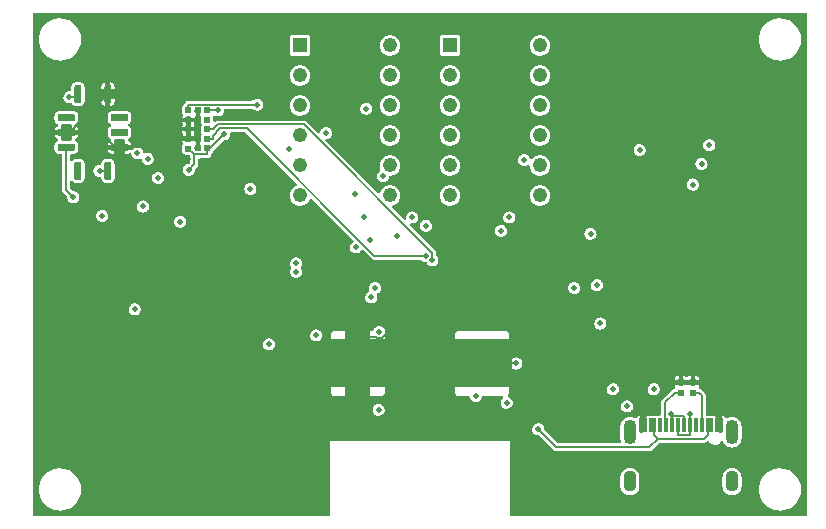
<source format=gtl>
G04 Layer: TopLayer*
G04 EasyEDA v6.5.39, 2023-12-11 18:00:09*
G04 fc83978cdc934b7da63e149a84a413c2,10*
G04 Gerber Generator version 0.2*
G04 Scale: 100 percent, Rotated: No, Reflected: No *
G04 Dimensions in millimeters *
G04 leading zeros omitted , absolute positions ,4 integer and 5 decimal *
%FSLAX45Y45*%
%MOMM*%

%AMMACRO1*21,1,$1,$2,0,0,$3*%
%ADD10C,0.1524*%
%ADD11MACRO1,0.54X0.5656X0.0000*%
%ADD12R,0.5400X0.5657*%
%ADD13R,0.3000X1.1500*%
%ADD14MACRO1,0.3X1.15X0.0000*%
%ADD15MACRO1,5X4X0.0000*%
%ADD16R,0.4999X0.5799*%
%ADD17R,0.4999X0.4999*%
%ADD18O,1.0999978000000001X2.0999958*%
%ADD19O,1.0999978000000001X1.7999964*%
%ADD20R,1.2380X1.2380*%
%ADD21C,1.2380*%
%ADD22C,0.5080*%
%ADD23C,0.0190*%

%LPD*%
G36*
X36068Y-4292092D02*
G01*
X32156Y-4291330D01*
X28905Y-4289094D01*
X26670Y-4285843D01*
X25908Y-4281932D01*
X25908Y-36068D01*
X26670Y-32156D01*
X28905Y-28905D01*
X32156Y-26670D01*
X36068Y-25908D01*
X6567931Y-25908D01*
X6571843Y-26670D01*
X6575094Y-28905D01*
X6577330Y-32156D01*
X6578092Y-36068D01*
X6578092Y-4281932D01*
X6577330Y-4285843D01*
X6575094Y-4289094D01*
X6571843Y-4291330D01*
X6567931Y-4292092D01*
X4074160Y-4292092D01*
X4070248Y-4291330D01*
X4066997Y-4289094D01*
X4064762Y-4285843D01*
X4064000Y-4281932D01*
X4064000Y-3658615D01*
X4062984Y-3657600D01*
X2541016Y-3657600D01*
X2540000Y-3658615D01*
X2540000Y-4281932D01*
X2539238Y-4285843D01*
X2537002Y-4289094D01*
X2533751Y-4291330D01*
X2529840Y-4292092D01*
G37*

%LPC*%
G36*
X6354572Y-4242358D02*
G01*
X6372910Y-4240936D01*
X6390995Y-4237634D01*
X6408623Y-4232503D01*
X6425641Y-4225594D01*
X6441846Y-4216958D01*
X6457086Y-4206697D01*
X6471158Y-4194911D01*
X6484010Y-4181754D01*
X6495389Y-4167378D01*
X6505244Y-4151884D01*
X6513474Y-4135424D01*
X6519926Y-4118254D01*
X6524599Y-4100474D01*
X6527444Y-4082338D01*
X6528409Y-4064000D01*
X6527444Y-4045661D01*
X6524599Y-4027525D01*
X6519926Y-4009745D01*
X6513474Y-3992575D01*
X6505244Y-3976115D01*
X6495389Y-3960622D01*
X6484010Y-3946245D01*
X6471158Y-3933088D01*
X6457086Y-3921302D01*
X6441846Y-3911041D01*
X6425641Y-3902405D01*
X6408623Y-3895496D01*
X6390995Y-3890365D01*
X6372910Y-3887063D01*
X6354572Y-3885641D01*
X6336233Y-3886149D01*
X6317996Y-3888486D01*
X6300165Y-3892702D01*
X6282791Y-3898747D01*
X6266180Y-3906520D01*
X6250432Y-3915968D01*
X6235700Y-3926992D01*
X6222238Y-3939489D01*
X6210096Y-3953306D01*
X6199479Y-3968242D01*
X6190437Y-3984244D01*
X6183071Y-4001058D01*
X6177483Y-4018584D01*
X6173724Y-4036568D01*
X6171844Y-4054805D01*
X6171844Y-4073194D01*
X6173724Y-4091432D01*
X6177483Y-4109415D01*
X6183071Y-4126941D01*
X6190437Y-4143756D01*
X6199479Y-4159758D01*
X6210096Y-4174693D01*
X6222238Y-4188510D01*
X6235700Y-4201007D01*
X6250432Y-4212031D01*
X6266180Y-4221480D01*
X6282791Y-4229252D01*
X6300165Y-4235297D01*
X6317996Y-4239514D01*
X6336233Y-4241850D01*
G37*
G36*
X258571Y-4242358D02*
G01*
X276910Y-4240936D01*
X294995Y-4237634D01*
X312623Y-4232503D01*
X329641Y-4225594D01*
X345846Y-4216958D01*
X361086Y-4206697D01*
X375158Y-4194911D01*
X388010Y-4181754D01*
X399389Y-4167378D01*
X409244Y-4151884D01*
X417474Y-4135424D01*
X423926Y-4118254D01*
X428599Y-4100474D01*
X431444Y-4082338D01*
X432409Y-4064000D01*
X431444Y-4045661D01*
X428599Y-4027525D01*
X423926Y-4009745D01*
X417474Y-3992575D01*
X409244Y-3976115D01*
X399389Y-3960622D01*
X388010Y-3946245D01*
X375158Y-3933088D01*
X361086Y-3921302D01*
X345846Y-3911041D01*
X329641Y-3902405D01*
X312623Y-3895496D01*
X294995Y-3890365D01*
X276910Y-3887063D01*
X258571Y-3885641D01*
X240233Y-3886149D01*
X221996Y-3888486D01*
X204165Y-3892702D01*
X186791Y-3898747D01*
X170180Y-3906520D01*
X154432Y-3915968D01*
X139700Y-3926992D01*
X126237Y-3939489D01*
X114096Y-3953306D01*
X103479Y-3968242D01*
X94437Y-3984244D01*
X87071Y-4001058D01*
X81483Y-4018584D01*
X77724Y-4036568D01*
X75844Y-4054805D01*
X75844Y-4073194D01*
X77724Y-4091432D01*
X81483Y-4109415D01*
X87071Y-4126941D01*
X94437Y-4143756D01*
X103479Y-4159758D01*
X114096Y-4174693D01*
X126237Y-4188510D01*
X139700Y-4201007D01*
X154432Y-4212031D01*
X170180Y-4221480D01*
X186791Y-4229252D01*
X204165Y-4235297D01*
X221996Y-4239514D01*
X240233Y-4241850D01*
G37*
G36*
X5943803Y-4112361D02*
G01*
X5955284Y-4111548D01*
X5966561Y-4109110D01*
X5977382Y-4105097D01*
X5987491Y-4099560D01*
X5996736Y-4092651D01*
X6004915Y-4084472D01*
X6011824Y-4075226D01*
X6017361Y-4065117D01*
X6021374Y-4054297D01*
X6023864Y-4043019D01*
X6024676Y-4031132D01*
X6024676Y-3961892D01*
X6023864Y-3950004D01*
X6021374Y-3938727D01*
X6017361Y-3927906D01*
X6011824Y-3917797D01*
X6004915Y-3908551D01*
X5996736Y-3900373D01*
X5987491Y-3893464D01*
X5977382Y-3887927D01*
X5966561Y-3883914D01*
X5955284Y-3881424D01*
X5943803Y-3880612D01*
X5932271Y-3881424D01*
X5920994Y-3883914D01*
X5910173Y-3887927D01*
X5900064Y-3893464D01*
X5890818Y-3900373D01*
X5882640Y-3908551D01*
X5875731Y-3917797D01*
X5870194Y-3927906D01*
X5866180Y-3938727D01*
X5863742Y-3950004D01*
X5862878Y-3961892D01*
X5862878Y-4031132D01*
X5863742Y-4043019D01*
X5866180Y-4054297D01*
X5870194Y-4065117D01*
X5875731Y-4075226D01*
X5882640Y-4084472D01*
X5890818Y-4092651D01*
X5900064Y-4099560D01*
X5910173Y-4105097D01*
X5920994Y-4109110D01*
X5932271Y-4111548D01*
G37*
G36*
X5079796Y-4112361D02*
G01*
X5091277Y-4111548D01*
X5102555Y-4109110D01*
X5113375Y-4105097D01*
X5123535Y-4099560D01*
X5132781Y-4092651D01*
X5140909Y-4084472D01*
X5147818Y-4075226D01*
X5153355Y-4065117D01*
X5157419Y-4054297D01*
X5159857Y-4043019D01*
X5160721Y-4031132D01*
X5160721Y-3961892D01*
X5159857Y-3950004D01*
X5157419Y-3938727D01*
X5153355Y-3927906D01*
X5147818Y-3917797D01*
X5140909Y-3908551D01*
X5132781Y-3900373D01*
X5123535Y-3893464D01*
X5113375Y-3887927D01*
X5102555Y-3883914D01*
X5091277Y-3881424D01*
X5079796Y-3880612D01*
X5068265Y-3881424D01*
X5056987Y-3883914D01*
X5046167Y-3887927D01*
X5036058Y-3893464D01*
X5026812Y-3900373D01*
X5018684Y-3908551D01*
X5011724Y-3917797D01*
X5006238Y-3927906D01*
X5002174Y-3938727D01*
X4999736Y-3950004D01*
X4998872Y-3961892D01*
X4998872Y-4031132D01*
X4999736Y-4043019D01*
X5002174Y-4054297D01*
X5006238Y-4065117D01*
X5011724Y-4075226D01*
X5018684Y-4084472D01*
X5026812Y-4092651D01*
X5036058Y-4099560D01*
X5046167Y-4105097D01*
X5056987Y-4109110D01*
X5068265Y-4111548D01*
G37*
G36*
X4458309Y-3740912D02*
G01*
X5243068Y-3740912D01*
X5250535Y-3740150D01*
X5257241Y-3737965D01*
X5263388Y-3734409D01*
X5267604Y-3730802D01*
X5328615Y-3669792D01*
X5331917Y-3667556D01*
X5335828Y-3666794D01*
X5705348Y-3666794D01*
X5712815Y-3666032D01*
X5719521Y-3663848D01*
X5725668Y-3660292D01*
X5729884Y-3656685D01*
X5733948Y-3652621D01*
X5737047Y-3650487D01*
X5740654Y-3649624D01*
X5744362Y-3650132D01*
X5747613Y-3651961D01*
X5750001Y-3654806D01*
X5752439Y-3659174D01*
X5758637Y-3666896D01*
X5766104Y-3673398D01*
X5774537Y-3678580D01*
X5783732Y-3682288D01*
X5793384Y-3684371D01*
X5803290Y-3684778D01*
X5813094Y-3683558D01*
X5822543Y-3680663D01*
X5831382Y-3676192D01*
X5839358Y-3670300D01*
X5846216Y-3663137D01*
X5850890Y-3656228D01*
X5854090Y-3653231D01*
X5858306Y-3651808D01*
X5862675Y-3652367D01*
X5866434Y-3654704D01*
X5868822Y-3658362D01*
X5870194Y-3662121D01*
X5875731Y-3672230D01*
X5882640Y-3681476D01*
X5890818Y-3689654D01*
X5900064Y-3696563D01*
X5910173Y-3702100D01*
X5920994Y-3706114D01*
X5932271Y-3708552D01*
X5943803Y-3709415D01*
X5955284Y-3708552D01*
X5966561Y-3706114D01*
X5977382Y-3702100D01*
X5987491Y-3696563D01*
X5996736Y-3689654D01*
X6004915Y-3681476D01*
X6011824Y-3672230D01*
X6017361Y-3662121D01*
X6021374Y-3651300D01*
X6023864Y-3640023D01*
X6024676Y-3628136D01*
X6024676Y-3528872D01*
X6023864Y-3516985D01*
X6021374Y-3505708D01*
X6017361Y-3494938D01*
X6011824Y-3484778D01*
X6004915Y-3475532D01*
X5996736Y-3467404D01*
X5987491Y-3460496D01*
X5977382Y-3454958D01*
X5966561Y-3450894D01*
X5955284Y-3448456D01*
X5943803Y-3447643D01*
X5932271Y-3448456D01*
X5920994Y-3450894D01*
X5910173Y-3454958D01*
X5900115Y-3460445D01*
X5895898Y-3461664D01*
X5891580Y-3461004D01*
X5887923Y-3458616D01*
X5885637Y-3454908D01*
X5885078Y-3453231D01*
X5881979Y-3448354D01*
X5877915Y-3444240D01*
X5872988Y-3441192D01*
X5867552Y-3439261D01*
X5860643Y-3438550D01*
X5860643Y-3487064D01*
X5864606Y-3488842D01*
X5867501Y-3492093D01*
X5868720Y-3496259D01*
X5868111Y-3500577D01*
X5866180Y-3505708D01*
X5863742Y-3516985D01*
X5862878Y-3528872D01*
X5862878Y-3546906D01*
X5862320Y-3550259D01*
X5860643Y-3553256D01*
X5860643Y-3579571D01*
X5859830Y-3583482D01*
X5857595Y-3586835D01*
X5854242Y-3589020D01*
X5850331Y-3589731D01*
X5846419Y-3588918D01*
X5843117Y-3586632D01*
X5839358Y-3582670D01*
X5837072Y-3580942D01*
X5834837Y-3578707D01*
X5833414Y-3575913D01*
X5832957Y-3572814D01*
X5832957Y-3557066D01*
X5830620Y-3557066D01*
X5830620Y-3561079D01*
X5829960Y-3564788D01*
X5827928Y-3567937D01*
X5824880Y-3570224D01*
X5821273Y-3571189D01*
X5817514Y-3570782D01*
X5814872Y-3569970D01*
X5811164Y-3567887D01*
X5808573Y-3564432D01*
X5807710Y-3560267D01*
X5807710Y-3465017D01*
X5806998Y-3458718D01*
X5805068Y-3453231D01*
X5803341Y-3449726D01*
X5802934Y-3446932D01*
X5802934Y-3438550D01*
X5796026Y-3439261D01*
X5791809Y-3440125D01*
X5787542Y-3439261D01*
X5781243Y-3438550D01*
X5730494Y-3438550D01*
X5726582Y-3437788D01*
X5723331Y-3435604D01*
X5721096Y-3432301D01*
X5720334Y-3428390D01*
X5720334Y-3267710D01*
X5719572Y-3260242D01*
X5717387Y-3253587D01*
X5713831Y-3247390D01*
X5710224Y-3243224D01*
X5687364Y-3220364D01*
X5681421Y-3215538D01*
X5677052Y-3213150D01*
X5670296Y-3210966D01*
X5667502Y-3209544D01*
X5665317Y-3207410D01*
X5663539Y-3203752D01*
X5662980Y-3200400D01*
X5663539Y-3197047D01*
X5665571Y-3191154D01*
X5666333Y-3184855D01*
X5666333Y-3177590D01*
X5633262Y-3177590D01*
X5633262Y-3179318D01*
X5632500Y-3183229D01*
X5630265Y-3186531D01*
X5626963Y-3188716D01*
X5623102Y-3189478D01*
X5603697Y-3189478D01*
X5599836Y-3188716D01*
X5596534Y-3186531D01*
X5594299Y-3183229D01*
X5593537Y-3179318D01*
X5593537Y-3177590D01*
X5531662Y-3177590D01*
X5531662Y-3179318D01*
X5530900Y-3183229D01*
X5528665Y-3186531D01*
X5525363Y-3188716D01*
X5521502Y-3189478D01*
X5502097Y-3189478D01*
X5498236Y-3188716D01*
X5494934Y-3186531D01*
X5492699Y-3183229D01*
X5491937Y-3179318D01*
X5491937Y-3177590D01*
X5458917Y-3177590D01*
X5458917Y-3184855D01*
X5459628Y-3191154D01*
X5461660Y-3197047D01*
X5462219Y-3200400D01*
X5461355Y-3204667D01*
X5459882Y-3207410D01*
X5457698Y-3209544D01*
X5454904Y-3210966D01*
X5448300Y-3213100D01*
X5442102Y-3216656D01*
X5437936Y-3220262D01*
X5355082Y-3303066D01*
X5350357Y-3308959D01*
X5347157Y-3315157D01*
X5345328Y-3322065D01*
X5344922Y-3327552D01*
X5344922Y-3428288D01*
X5344109Y-3432200D01*
X5341924Y-3435451D01*
X5338622Y-3437686D01*
X5334762Y-3438448D01*
X5322366Y-3438448D01*
X5316016Y-3439160D01*
X5311648Y-3440074D01*
X5307533Y-3439261D01*
X5301234Y-3438550D01*
X5242356Y-3438550D01*
X5236057Y-3439261D01*
X5231790Y-3440125D01*
X5227523Y-3439261D01*
X5220665Y-3438550D01*
X5220665Y-3446932D01*
X5220258Y-3449726D01*
X5218531Y-3453231D01*
X5216601Y-3458718D01*
X5215890Y-3465017D01*
X5215890Y-3560267D01*
X5215331Y-3563670D01*
X5213654Y-3566668D01*
X5211064Y-3568903D01*
X5207863Y-3570224D01*
X5205222Y-3570782D01*
X5200751Y-3570732D01*
X5196738Y-3568750D01*
X5193944Y-3565245D01*
X5192928Y-3560826D01*
X5192928Y-3557066D01*
X5190642Y-3557066D01*
X5190642Y-3572713D01*
X5189778Y-3576878D01*
X5187238Y-3580282D01*
X5179872Y-3586886D01*
X5176520Y-3588867D01*
X5172710Y-3589426D01*
X5168950Y-3588562D01*
X5165801Y-3586327D01*
X5163667Y-3583076D01*
X5162956Y-3579266D01*
X5162956Y-3553256D01*
X5161280Y-3550259D01*
X5160721Y-3546906D01*
X5160721Y-3528872D01*
X5159857Y-3516985D01*
X5157419Y-3505708D01*
X5155488Y-3500577D01*
X5154879Y-3496259D01*
X5156098Y-3492093D01*
X5158994Y-3488842D01*
X5162956Y-3487064D01*
X5162956Y-3438550D01*
X5156047Y-3439261D01*
X5150561Y-3441192D01*
X5145684Y-3444240D01*
X5141569Y-3448354D01*
X5138521Y-3453231D01*
X5137912Y-3454908D01*
X5135626Y-3458616D01*
X5131968Y-3461004D01*
X5127650Y-3461664D01*
X5123484Y-3460445D01*
X5113375Y-3454958D01*
X5102555Y-3450894D01*
X5091277Y-3448456D01*
X5079796Y-3447643D01*
X5068265Y-3448456D01*
X5056987Y-3450894D01*
X5046167Y-3454958D01*
X5036058Y-3460496D01*
X5026812Y-3467404D01*
X5018684Y-3475532D01*
X5011724Y-3484778D01*
X5006238Y-3494938D01*
X5002174Y-3505708D01*
X4999736Y-3516985D01*
X4998872Y-3528872D01*
X4998872Y-3628136D01*
X4999736Y-3640023D01*
X5002174Y-3651300D01*
X5005476Y-3660140D01*
X5006136Y-3664000D01*
X5005273Y-3667760D01*
X5003038Y-3670960D01*
X4999786Y-3673094D01*
X4995976Y-3673856D01*
X4476038Y-3673856D01*
X4472127Y-3673094D01*
X4468825Y-3670858D01*
X4358640Y-3560673D01*
X4356608Y-3557778D01*
X4355693Y-3554425D01*
X4354830Y-3544671D01*
X4352391Y-3535832D01*
X4348378Y-3527551D01*
X4342993Y-3520135D01*
X4336338Y-3513734D01*
X4328668Y-3508705D01*
X4320235Y-3505098D01*
X4311243Y-3503015D01*
X4302099Y-3502609D01*
X4292955Y-3503879D01*
X4284218Y-3506724D01*
X4276140Y-3511042D01*
X4268978Y-3516782D01*
X4262932Y-3523691D01*
X4258208Y-3531615D01*
X4254957Y-3540201D01*
X4253331Y-3549243D01*
X4253331Y-3558438D01*
X4254957Y-3567480D01*
X4258208Y-3576065D01*
X4262932Y-3583990D01*
X4268978Y-3590899D01*
X4276140Y-3596640D01*
X4284218Y-3600958D01*
X4292955Y-3603802D01*
X4307586Y-3605682D01*
X4311091Y-3607968D01*
X4433824Y-3730701D01*
X4439716Y-3735476D01*
X4445914Y-3738626D01*
X4452823Y-3740454D01*
G37*
G36*
X5830620Y-3486861D02*
G01*
X5832957Y-3486861D01*
X5832957Y-3438550D01*
X5830620Y-3438550D01*
G37*
G36*
X5190642Y-3486861D02*
G01*
X5192928Y-3486861D01*
X5192928Y-3438550D01*
X5190642Y-3438550D01*
G37*
G36*
X2949498Y-3439617D02*
G01*
X2958693Y-3439210D01*
X2967634Y-3437128D01*
X2976118Y-3433521D01*
X2983788Y-3428492D01*
X2990392Y-3422091D01*
X2995828Y-3414674D01*
X2999790Y-3406394D01*
X3002229Y-3397554D01*
X3003092Y-3388410D01*
X3002229Y-3379215D01*
X2999790Y-3370376D01*
X2995828Y-3362096D01*
X2990392Y-3354679D01*
X2983788Y-3348278D01*
X2976118Y-3343249D01*
X2967634Y-3339642D01*
X2958693Y-3337560D01*
X2949498Y-3337153D01*
X2940405Y-3338423D01*
X2931668Y-3341268D01*
X2923590Y-3345586D01*
X2916377Y-3351326D01*
X2910332Y-3358235D01*
X2905607Y-3366160D01*
X2902407Y-3374745D01*
X2900730Y-3383787D01*
X2900730Y-3392982D01*
X2902407Y-3402025D01*
X2905607Y-3410610D01*
X2910332Y-3418535D01*
X2916377Y-3425444D01*
X2923590Y-3431184D01*
X2931668Y-3435502D01*
X2940405Y-3438347D01*
G37*
G36*
X5051552Y-3412286D02*
G01*
X5060696Y-3411880D01*
X5069687Y-3409848D01*
X5078120Y-3406241D01*
X5085791Y-3401161D01*
X5092446Y-3394811D01*
X5097830Y-3387394D01*
X5101844Y-3379114D01*
X5104282Y-3370224D01*
X5105095Y-3361080D01*
X5104282Y-3351936D01*
X5101844Y-3343046D01*
X5097830Y-3334765D01*
X5092446Y-3327349D01*
X5085791Y-3320999D01*
X5078120Y-3315919D01*
X5069687Y-3312312D01*
X5060696Y-3310280D01*
X5051552Y-3309874D01*
X5042408Y-3311093D01*
X5033670Y-3313937D01*
X5025593Y-3318306D01*
X5018430Y-3324047D01*
X5012385Y-3330956D01*
X5007660Y-3338829D01*
X5004409Y-3347465D01*
X5002784Y-3356508D01*
X5002784Y-3365652D01*
X5004409Y-3374694D01*
X5007660Y-3383330D01*
X5012385Y-3391204D01*
X5018430Y-3398113D01*
X5025593Y-3403854D01*
X5033670Y-3408222D01*
X5042408Y-3411067D01*
G37*
G36*
X4033621Y-3379927D02*
G01*
X4042765Y-3379520D01*
X4051757Y-3377437D01*
X4060190Y-3373831D01*
X4067860Y-3368801D01*
X4074515Y-3362401D01*
X4079900Y-3354984D01*
X4083913Y-3346704D01*
X4086351Y-3337864D01*
X4087164Y-3328670D01*
X4086351Y-3319526D01*
X4083913Y-3310686D01*
X4079900Y-3302406D01*
X4074515Y-3294989D01*
X4067860Y-3288588D01*
X4060240Y-3283559D01*
X4050741Y-3279546D01*
X4047134Y-3277006D01*
X4044950Y-3273145D01*
X4044645Y-3268776D01*
X4046169Y-3264611D01*
X4050284Y-3258312D01*
X4052163Y-3252927D01*
X4052925Y-3246628D01*
X4052925Y-3040888D01*
X4053687Y-3036976D01*
X4055872Y-3033725D01*
X4059174Y-3031490D01*
X4063085Y-3030728D01*
X4075379Y-3030728D01*
X4079544Y-3031642D01*
X4090263Y-3039973D01*
X4098340Y-3044342D01*
X4107078Y-3047187D01*
X4116171Y-3048406D01*
X4125366Y-3048000D01*
X4134307Y-3045968D01*
X4142790Y-3042361D01*
X4150461Y-3037281D01*
X4157065Y-3030931D01*
X4162501Y-3023514D01*
X4166463Y-3015234D01*
X4168901Y-3006344D01*
X4169765Y-2997200D01*
X4168901Y-2988056D01*
X4166463Y-2979166D01*
X4162501Y-2970885D01*
X4157065Y-2963468D01*
X4150461Y-2957118D01*
X4142790Y-2952038D01*
X4134307Y-2948432D01*
X4125366Y-2946400D01*
X4116171Y-2945993D01*
X4107078Y-2947212D01*
X4098340Y-2950057D01*
X4090263Y-2954426D01*
X4079544Y-2962757D01*
X4075379Y-2963672D01*
X4063085Y-2963672D01*
X4059174Y-2962910D01*
X4055872Y-2960674D01*
X4053687Y-2957423D01*
X4052925Y-2953512D01*
X4052925Y-2747772D01*
X4052163Y-2741472D01*
X4050284Y-2735986D01*
X4047185Y-2731109D01*
X4043121Y-2726994D01*
X4038193Y-2723896D01*
X4032758Y-2722016D01*
X4026408Y-2721305D01*
X3627577Y-2721305D01*
X3621227Y-2722016D01*
X3615791Y-2723896D01*
X3610864Y-2726994D01*
X3606800Y-2731109D01*
X3603701Y-2735986D01*
X3601821Y-2741472D01*
X3601110Y-2747772D01*
X3601110Y-3246628D01*
X3601821Y-3252927D01*
X3603701Y-3258413D01*
X3606800Y-3263290D01*
X3610864Y-3267405D01*
X3615791Y-3270503D01*
X3621227Y-3272383D01*
X3627577Y-3273094D01*
X3714902Y-3273094D01*
X3718356Y-3273704D01*
X3721404Y-3275482D01*
X3723690Y-3278174D01*
X3724910Y-3281476D01*
X3725621Y-3285388D01*
X3728821Y-3293973D01*
X3733546Y-3301898D01*
X3739591Y-3308807D01*
X3746804Y-3314547D01*
X3754882Y-3318865D01*
X3763619Y-3321710D01*
X3772712Y-3322980D01*
X3781907Y-3322574D01*
X3790848Y-3320491D01*
X3799332Y-3316884D01*
X3807002Y-3311855D01*
X3813606Y-3305454D01*
X3819042Y-3298037D01*
X3823004Y-3289757D01*
X3825544Y-3280562D01*
X3827627Y-3276701D01*
X3831082Y-3274060D01*
X3835349Y-3273094D01*
X3994658Y-3273094D01*
X3998722Y-3273958D01*
X4002125Y-3276346D01*
X4004259Y-3279901D01*
X4004818Y-3284016D01*
X4003649Y-3288029D01*
X3994454Y-3298545D01*
X3989730Y-3306470D01*
X3986479Y-3315055D01*
X3984853Y-3324098D01*
X3984853Y-3333292D01*
X3986479Y-3342335D01*
X3989730Y-3350920D01*
X3994454Y-3358845D01*
X4000500Y-3365754D01*
X4007662Y-3371494D01*
X4015740Y-3375812D01*
X4024477Y-3378657D01*
G37*
G36*
X2883357Y-3273094D02*
G01*
X2976422Y-3273094D01*
X2982772Y-3272383D01*
X2988208Y-3270503D01*
X2993136Y-3267405D01*
X2997200Y-3263290D01*
X3000298Y-3258413D01*
X3002178Y-3252927D01*
X3002940Y-3246628D01*
X3002940Y-3128568D01*
X2883357Y-3128568D01*
G37*
G36*
X2577592Y-3273094D02*
G01*
X2670657Y-3273094D01*
X2670657Y-3128568D01*
X2551125Y-3128568D01*
X2551125Y-3246628D01*
X2551836Y-3252927D01*
X2553716Y-3258413D01*
X2556814Y-3263290D01*
X2560878Y-3267405D01*
X2565806Y-3270503D01*
X2571242Y-3272383D01*
G37*
G36*
X4933746Y-3266135D02*
G01*
X4942941Y-3265728D01*
X4951882Y-3263646D01*
X4960366Y-3260039D01*
X4968036Y-3255010D01*
X4974640Y-3248609D01*
X4980076Y-3241192D01*
X4984038Y-3232912D01*
X4986477Y-3224072D01*
X4987340Y-3214928D01*
X4986477Y-3205734D01*
X4984038Y-3196894D01*
X4980076Y-3188614D01*
X4974640Y-3181197D01*
X4968036Y-3174796D01*
X4960366Y-3169767D01*
X4951882Y-3166160D01*
X4942941Y-3164078D01*
X4933746Y-3163671D01*
X4924653Y-3164941D01*
X4915916Y-3167786D01*
X4907838Y-3172104D01*
X4900625Y-3177844D01*
X4894580Y-3184753D01*
X4889855Y-3192678D01*
X4886655Y-3201263D01*
X4884978Y-3210306D01*
X4884978Y-3219500D01*
X4886655Y-3228543D01*
X4889855Y-3237128D01*
X4894580Y-3245053D01*
X4900625Y-3251962D01*
X4907838Y-3257702D01*
X4915916Y-3262020D01*
X4924653Y-3264865D01*
G37*
G36*
X5279440Y-3266135D02*
G01*
X5288635Y-3265728D01*
X5297576Y-3263646D01*
X5306060Y-3260039D01*
X5313730Y-3255010D01*
X5320334Y-3248609D01*
X5325770Y-3241192D01*
X5329732Y-3232912D01*
X5332171Y-3224072D01*
X5333034Y-3214928D01*
X5332171Y-3205734D01*
X5329732Y-3196894D01*
X5325770Y-3188614D01*
X5320334Y-3181197D01*
X5313730Y-3174796D01*
X5306060Y-3169767D01*
X5297576Y-3166160D01*
X5288635Y-3164078D01*
X5279440Y-3163671D01*
X5270347Y-3164941D01*
X5261610Y-3167786D01*
X5253532Y-3172104D01*
X5246319Y-3177844D01*
X5240274Y-3184753D01*
X5235549Y-3192678D01*
X5232349Y-3201263D01*
X5230672Y-3210306D01*
X5230672Y-3219500D01*
X5232349Y-3228543D01*
X5235549Y-3237128D01*
X5240274Y-3245053D01*
X5246319Y-3251962D01*
X5253532Y-3257702D01*
X5261610Y-3262020D01*
X5270347Y-3264865D01*
G37*
G36*
X5633262Y-3136646D02*
G01*
X5666333Y-3136646D01*
X5666333Y-3129381D01*
X5665571Y-3123082D01*
X5663692Y-3117646D01*
X5660593Y-3112719D01*
X5656529Y-3108655D01*
X5651601Y-3105556D01*
X5646166Y-3103626D01*
X5639816Y-3102914D01*
X5633262Y-3102914D01*
G37*
G36*
X5458917Y-3136646D02*
G01*
X5491937Y-3136646D01*
X5491937Y-3102914D01*
X5485384Y-3102914D01*
X5479034Y-3103626D01*
X5473598Y-3105556D01*
X5468670Y-3108655D01*
X5464606Y-3112719D01*
X5461508Y-3117646D01*
X5459628Y-3123082D01*
X5458917Y-3129381D01*
G37*
G36*
X5531662Y-3136646D02*
G01*
X5593537Y-3136646D01*
X5593537Y-3102914D01*
X5586984Y-3102914D01*
X5580634Y-3103626D01*
X5575198Y-3105556D01*
X5566511Y-3111347D01*
X5562600Y-3112109D01*
X5558688Y-3111347D01*
X5554929Y-3108655D01*
X5550001Y-3105556D01*
X5544566Y-3103626D01*
X5538216Y-3102914D01*
X5531662Y-3102914D01*
G37*
G36*
X2020874Y-2886659D02*
G01*
X2030018Y-2886252D01*
X2039010Y-2884220D01*
X2047443Y-2880614D01*
X2055114Y-2875534D01*
X2061768Y-2869184D01*
X2067153Y-2861767D01*
X2071166Y-2853486D01*
X2073605Y-2844596D01*
X2074418Y-2835452D01*
X2073605Y-2826308D01*
X2071166Y-2817418D01*
X2067153Y-2809138D01*
X2061768Y-2801721D01*
X2055114Y-2795371D01*
X2047443Y-2790291D01*
X2039010Y-2786684D01*
X2030018Y-2784652D01*
X2020874Y-2784246D01*
X2011730Y-2785465D01*
X2002993Y-2788310D01*
X1994916Y-2792679D01*
X1987753Y-2798419D01*
X1981707Y-2805328D01*
X1976983Y-2813202D01*
X1973732Y-2821838D01*
X1972106Y-2830880D01*
X1972106Y-2840024D01*
X1973732Y-2849067D01*
X1976983Y-2857703D01*
X1981707Y-2865577D01*
X1987753Y-2872486D01*
X1994916Y-2878226D01*
X2002993Y-2882595D01*
X2011730Y-2885440D01*
G37*
G36*
X2551125Y-2865831D02*
G01*
X2670657Y-2865831D01*
X2670657Y-2721305D01*
X2577592Y-2721305D01*
X2571242Y-2722016D01*
X2565806Y-2723896D01*
X2560878Y-2726994D01*
X2556814Y-2731109D01*
X2553716Y-2735986D01*
X2551836Y-2741472D01*
X2551125Y-2747772D01*
G37*
G36*
X2883357Y-2865831D02*
G01*
X3002940Y-2865831D01*
X3002940Y-2758541D01*
X3003905Y-2754122D01*
X3006750Y-2748229D01*
X3009188Y-2739390D01*
X3010052Y-2730246D01*
X3009188Y-2721051D01*
X3006750Y-2712212D01*
X3002788Y-2703931D01*
X2997352Y-2696514D01*
X2990748Y-2690114D01*
X2983077Y-2685084D01*
X2974594Y-2681478D01*
X2965653Y-2679395D01*
X2956458Y-2678988D01*
X2947365Y-2680258D01*
X2938627Y-2683103D01*
X2930550Y-2687421D01*
X2923336Y-2693162D01*
X2917291Y-2700070D01*
X2912567Y-2707995D01*
X2910078Y-2714701D01*
X2907893Y-2718155D01*
X2904540Y-2720492D01*
X2900527Y-2721305D01*
X2883357Y-2721305D01*
G37*
G36*
X2421280Y-2810357D02*
G01*
X2430475Y-2809951D01*
X2439416Y-2807919D01*
X2447899Y-2804312D01*
X2455570Y-2799232D01*
X2462174Y-2792882D01*
X2467610Y-2785465D01*
X2471572Y-2777185D01*
X2474010Y-2768295D01*
X2474874Y-2759151D01*
X2474010Y-2750007D01*
X2471572Y-2741117D01*
X2467610Y-2732836D01*
X2462174Y-2725420D01*
X2455570Y-2719070D01*
X2447899Y-2713990D01*
X2439416Y-2710383D01*
X2430475Y-2708351D01*
X2421280Y-2707944D01*
X2412187Y-2709164D01*
X2403449Y-2712008D01*
X2395372Y-2716377D01*
X2388158Y-2722118D01*
X2382113Y-2729026D01*
X2377389Y-2736900D01*
X2374188Y-2745536D01*
X2372512Y-2754579D01*
X2372512Y-2763723D01*
X2374188Y-2772765D01*
X2377389Y-2781401D01*
X2382113Y-2789275D01*
X2388158Y-2796184D01*
X2395372Y-2801924D01*
X2403449Y-2806293D01*
X2412187Y-2809138D01*
G37*
G36*
X4827168Y-2709976D02*
G01*
X4836363Y-2709570D01*
X4845304Y-2707538D01*
X4853787Y-2703931D01*
X4861458Y-2698851D01*
X4868062Y-2692501D01*
X4873498Y-2685084D01*
X4877460Y-2676804D01*
X4879898Y-2667914D01*
X4880762Y-2658770D01*
X4879898Y-2649626D01*
X4877460Y-2640736D01*
X4873498Y-2632456D01*
X4868062Y-2625039D01*
X4861458Y-2618689D01*
X4853787Y-2613609D01*
X4845304Y-2610002D01*
X4836363Y-2607970D01*
X4827168Y-2607564D01*
X4818075Y-2608783D01*
X4809337Y-2611628D01*
X4801260Y-2615996D01*
X4794046Y-2621737D01*
X4788001Y-2628646D01*
X4783277Y-2636520D01*
X4780076Y-2645156D01*
X4778400Y-2654198D01*
X4778400Y-2663342D01*
X4780076Y-2672384D01*
X4783277Y-2681020D01*
X4788001Y-2688894D01*
X4794046Y-2695803D01*
X4801260Y-2701544D01*
X4809337Y-2705912D01*
X4818075Y-2708757D01*
G37*
G36*
X885088Y-2589784D02*
G01*
X894283Y-2589377D01*
X903224Y-2587294D01*
X911707Y-2583688D01*
X919378Y-2578658D01*
X925982Y-2572258D01*
X931418Y-2564841D01*
X935380Y-2556560D01*
X937818Y-2547721D01*
X938682Y-2538577D01*
X937818Y-2529382D01*
X935380Y-2520543D01*
X931418Y-2512263D01*
X925982Y-2504846D01*
X919378Y-2498445D01*
X911707Y-2493416D01*
X903224Y-2489809D01*
X894283Y-2487726D01*
X885088Y-2487320D01*
X875995Y-2488590D01*
X867257Y-2491435D01*
X859180Y-2495753D01*
X851966Y-2501493D01*
X845921Y-2508402D01*
X841197Y-2516327D01*
X837996Y-2524912D01*
X836320Y-2533954D01*
X836320Y-2543149D01*
X837996Y-2552192D01*
X841197Y-2560777D01*
X845921Y-2568702D01*
X851966Y-2575610D01*
X859180Y-2581351D01*
X867257Y-2585669D01*
X875995Y-2588514D01*
G37*
G36*
X2885948Y-2489200D02*
G01*
X2895142Y-2488793D01*
X2904083Y-2486761D01*
X2912567Y-2483154D01*
X2920238Y-2478074D01*
X2926842Y-2471724D01*
X2932277Y-2464308D01*
X2936240Y-2456027D01*
X2938678Y-2447137D01*
X2939542Y-2437993D01*
X2938678Y-2428849D01*
X2936240Y-2419959D01*
X2935478Y-2418334D01*
X2934462Y-2414371D01*
X2935122Y-2410358D01*
X2937256Y-2406904D01*
X2940608Y-2404567D01*
X2945688Y-2402382D01*
X2953359Y-2397353D01*
X2960014Y-2390952D01*
X2965399Y-2383536D01*
X2969412Y-2375255D01*
X2971850Y-2366416D01*
X2972663Y-2357272D01*
X2971850Y-2348077D01*
X2969412Y-2339238D01*
X2965399Y-2330958D01*
X2960014Y-2323541D01*
X2953359Y-2317140D01*
X2945688Y-2312111D01*
X2937256Y-2308504D01*
X2928264Y-2306421D01*
X2919120Y-2306015D01*
X2909976Y-2307285D01*
X2901238Y-2310130D01*
X2893161Y-2314448D01*
X2885998Y-2320188D01*
X2879953Y-2327097D01*
X2875229Y-2335022D01*
X2871978Y-2343607D01*
X2870352Y-2352649D01*
X2870352Y-2361844D01*
X2871978Y-2370886D01*
X2874518Y-2377592D01*
X2875127Y-2381656D01*
X2874162Y-2385568D01*
X2871673Y-2388819D01*
X2860040Y-2395220D01*
X2852826Y-2400960D01*
X2846781Y-2407869D01*
X2842056Y-2415743D01*
X2838856Y-2424379D01*
X2837180Y-2433421D01*
X2837180Y-2442565D01*
X2838856Y-2451608D01*
X2842056Y-2460244D01*
X2846781Y-2468118D01*
X2852826Y-2475026D01*
X2860040Y-2480767D01*
X2868117Y-2485136D01*
X2876854Y-2487980D01*
G37*
G36*
X4606645Y-2408478D02*
G01*
X4615840Y-2408072D01*
X4624781Y-2405989D01*
X4633264Y-2402382D01*
X4640935Y-2397353D01*
X4647539Y-2390952D01*
X4652975Y-2383536D01*
X4656937Y-2375255D01*
X4659376Y-2366416D01*
X4660239Y-2357272D01*
X4659376Y-2348077D01*
X4656937Y-2339238D01*
X4652975Y-2330958D01*
X4647539Y-2323541D01*
X4640935Y-2317140D01*
X4633264Y-2312111D01*
X4624781Y-2308504D01*
X4615840Y-2306421D01*
X4606645Y-2306015D01*
X4597552Y-2307285D01*
X4588814Y-2310130D01*
X4580737Y-2314448D01*
X4573524Y-2320188D01*
X4567478Y-2327097D01*
X4562754Y-2335022D01*
X4559554Y-2343607D01*
X4557877Y-2352649D01*
X4557877Y-2361844D01*
X4559554Y-2370886D01*
X4562754Y-2379472D01*
X4567478Y-2387396D01*
X4573524Y-2394305D01*
X4580737Y-2400046D01*
X4588814Y-2404364D01*
X4597552Y-2407208D01*
G37*
G36*
X4797602Y-2385415D02*
G01*
X4806746Y-2385009D01*
X4815738Y-2382926D01*
X4824171Y-2379319D01*
X4831842Y-2374290D01*
X4838496Y-2367889D01*
X4843881Y-2360472D01*
X4847894Y-2352192D01*
X4850333Y-2343353D01*
X4851146Y-2334209D01*
X4850333Y-2325014D01*
X4847894Y-2316175D01*
X4843881Y-2307894D01*
X4838496Y-2300478D01*
X4831842Y-2294077D01*
X4824171Y-2289048D01*
X4815738Y-2285441D01*
X4806746Y-2283358D01*
X4797602Y-2282952D01*
X4788458Y-2284222D01*
X4779721Y-2287066D01*
X4771644Y-2291384D01*
X4764481Y-2297125D01*
X4758436Y-2304034D01*
X4753711Y-2311958D01*
X4750460Y-2320544D01*
X4748834Y-2329586D01*
X4748834Y-2338781D01*
X4750460Y-2347823D01*
X4753711Y-2356408D01*
X4758436Y-2364333D01*
X4764481Y-2371242D01*
X4771644Y-2376982D01*
X4779721Y-2381300D01*
X4788458Y-2384145D01*
G37*
G36*
X2251913Y-2271369D02*
G01*
X2261057Y-2270963D01*
X2270048Y-2268931D01*
X2278481Y-2265324D01*
X2286152Y-2260244D01*
X2292807Y-2253894D01*
X2298192Y-2246477D01*
X2302205Y-2238197D01*
X2304643Y-2229307D01*
X2305456Y-2220163D01*
X2304643Y-2211019D01*
X2302205Y-2202129D01*
X2298192Y-2193848D01*
X2295601Y-2190292D01*
X2293874Y-2186432D01*
X2293874Y-2182215D01*
X2295601Y-2178354D01*
X2297531Y-2175713D01*
X2301494Y-2167432D01*
X2303932Y-2158593D01*
X2304796Y-2149449D01*
X2303932Y-2140254D01*
X2301494Y-2131415D01*
X2297531Y-2123135D01*
X2292096Y-2115718D01*
X2285492Y-2109317D01*
X2277821Y-2104288D01*
X2269337Y-2100681D01*
X2260396Y-2098598D01*
X2251202Y-2098192D01*
X2242108Y-2099462D01*
X2233371Y-2102307D01*
X2225294Y-2106625D01*
X2218080Y-2112365D01*
X2212035Y-2119274D01*
X2207310Y-2127199D01*
X2204110Y-2135784D01*
X2202434Y-2144826D01*
X2202434Y-2154021D01*
X2204110Y-2163064D01*
X2207310Y-2171649D01*
X2212390Y-2180132D01*
X2213660Y-2183536D01*
X2213660Y-2187194D01*
X2212390Y-2190597D01*
X2208022Y-2197912D01*
X2204770Y-2206548D01*
X2203145Y-2215591D01*
X2203145Y-2224735D01*
X2204770Y-2233777D01*
X2208022Y-2242413D01*
X2212746Y-2250287D01*
X2218791Y-2257196D01*
X2225954Y-2262936D01*
X2234031Y-2267305D01*
X2242769Y-2270150D01*
G37*
G36*
X3405174Y-2174646D02*
G01*
X3414369Y-2174240D01*
X3423310Y-2172208D01*
X3431794Y-2168601D01*
X3439464Y-2163521D01*
X3446068Y-2157171D01*
X3451504Y-2149754D01*
X3455466Y-2141474D01*
X3457905Y-2132584D01*
X3458768Y-2123440D01*
X3457905Y-2114296D01*
X3455466Y-2105406D01*
X3451504Y-2097125D01*
X3446068Y-2089708D01*
X3444138Y-2087829D01*
X3441852Y-2084527D01*
X3441039Y-2080514D01*
X3441039Y-2064766D01*
X3440226Y-2057298D01*
X3438042Y-2050643D01*
X3434486Y-2044446D01*
X3430930Y-2040280D01*
X3218789Y-1828139D01*
X3216503Y-1824634D01*
X3215792Y-1820519D01*
X3216859Y-1816455D01*
X3219450Y-1813153D01*
X3223158Y-1811172D01*
X3227324Y-1810867D01*
X3234791Y-1811883D01*
X3243935Y-1811477D01*
X3252927Y-1809445D01*
X3261360Y-1805838D01*
X3269030Y-1800758D01*
X3275685Y-1794408D01*
X3281070Y-1786991D01*
X3285083Y-1778711D01*
X3287522Y-1769821D01*
X3288334Y-1760677D01*
X3287522Y-1751533D01*
X3285083Y-1742643D01*
X3281070Y-1734362D01*
X3275685Y-1726946D01*
X3269030Y-1720596D01*
X3261360Y-1715516D01*
X3252927Y-1711909D01*
X3243935Y-1709877D01*
X3234791Y-1709470D01*
X3225647Y-1710689D01*
X3216910Y-1713534D01*
X3208832Y-1717903D01*
X3201670Y-1723643D01*
X3195624Y-1730552D01*
X3190900Y-1738426D01*
X3187649Y-1747062D01*
X3186023Y-1756105D01*
X3186023Y-1765249D01*
X3186887Y-1770075D01*
X3186734Y-1774342D01*
X3184855Y-1778152D01*
X3181604Y-1780895D01*
X3177489Y-1782013D01*
X3173272Y-1781352D01*
X3169716Y-1779066D01*
X3066948Y-1676298D01*
X3064611Y-1672691D01*
X3064002Y-1668373D01*
X3065221Y-1664258D01*
X3068066Y-1661007D01*
X3072739Y-1659026D01*
X3084474Y-1654657D01*
X3095447Y-1648663D01*
X3105505Y-1641144D01*
X3114344Y-1632305D01*
X3121863Y-1622247D01*
X3127857Y-1611274D01*
X3132226Y-1599539D01*
X3134868Y-1587296D01*
X3135782Y-1574800D01*
X3134868Y-1562303D01*
X3132226Y-1550060D01*
X3127857Y-1538325D01*
X3121863Y-1527352D01*
X3114344Y-1517294D01*
X3105505Y-1508455D01*
X3095447Y-1500936D01*
X3084474Y-1494942D01*
X3072739Y-1490573D01*
X3060496Y-1487932D01*
X3048000Y-1487017D01*
X3035503Y-1487932D01*
X3023260Y-1490573D01*
X3011525Y-1494942D01*
X3000552Y-1500936D01*
X2990494Y-1508455D01*
X2981655Y-1517294D01*
X2974136Y-1527352D01*
X2968142Y-1538325D01*
X2963773Y-1550060D01*
X2961792Y-1554734D01*
X2958541Y-1557578D01*
X2954426Y-1558798D01*
X2950108Y-1558188D01*
X2946501Y-1555851D01*
X2503881Y-1113282D01*
X2501747Y-1110030D01*
X2500934Y-1106220D01*
X2501595Y-1102410D01*
X2503678Y-1099108D01*
X2506878Y-1096822D01*
X2510637Y-1095908D01*
X2513228Y-1095806D01*
X2522220Y-1093774D01*
X2530652Y-1090168D01*
X2538323Y-1085088D01*
X2544978Y-1078738D01*
X2550363Y-1071321D01*
X2554376Y-1063040D01*
X2556814Y-1054150D01*
X2557627Y-1045006D01*
X2556814Y-1035862D01*
X2554376Y-1026972D01*
X2550363Y-1018692D01*
X2544978Y-1011275D01*
X2538323Y-1004925D01*
X2530652Y-999845D01*
X2522220Y-996238D01*
X2513228Y-994206D01*
X2504084Y-993800D01*
X2494940Y-995019D01*
X2486202Y-997864D01*
X2478125Y-1002233D01*
X2470962Y-1007973D01*
X2464917Y-1014882D01*
X2460193Y-1022756D01*
X2456992Y-1031341D01*
X2455164Y-1041857D01*
X2453487Y-1045921D01*
X2450236Y-1048918D01*
X2446070Y-1050239D01*
X2441702Y-1049680D01*
X2437942Y-1047343D01*
X2341219Y-950569D01*
X2335326Y-945794D01*
X2329129Y-942644D01*
X2322220Y-940816D01*
X2316734Y-940358D01*
X1590903Y-940358D01*
X1583436Y-941171D01*
X1576781Y-943305D01*
X1566722Y-949248D01*
X1562963Y-949756D01*
X1559204Y-948842D01*
X1556105Y-946607D01*
X1554022Y-943356D01*
X1553311Y-939596D01*
X1553311Y-909574D01*
X1553159Y-908100D01*
X1553616Y-903732D01*
X1555851Y-899972D01*
X1559509Y-897483D01*
X1563827Y-896772D01*
X1568043Y-897991D01*
X1573885Y-901141D01*
X1582623Y-903986D01*
X1591767Y-905205D01*
X1600911Y-904798D01*
X1609902Y-902766D01*
X1618335Y-899160D01*
X1626006Y-894080D01*
X1632661Y-887730D01*
X1638046Y-880313D01*
X1642059Y-872032D01*
X1644497Y-863142D01*
X1645310Y-853998D01*
X1644954Y-849884D01*
X1645462Y-845718D01*
X1647545Y-842111D01*
X1650949Y-839673D01*
X1655064Y-838809D01*
X1879346Y-838809D01*
X1883511Y-839724D01*
X1894230Y-848055D01*
X1902307Y-852424D01*
X1911045Y-855268D01*
X1920138Y-856487D01*
X1929333Y-856081D01*
X1938274Y-854049D01*
X1946757Y-850442D01*
X1954428Y-845362D01*
X1961032Y-839012D01*
X1966468Y-831596D01*
X1970430Y-823315D01*
X1972868Y-814425D01*
X1973732Y-805281D01*
X1972868Y-796137D01*
X1970430Y-787247D01*
X1966468Y-778967D01*
X1961032Y-771550D01*
X1954428Y-765200D01*
X1946757Y-760120D01*
X1938274Y-756513D01*
X1929333Y-754481D01*
X1920138Y-754075D01*
X1911045Y-755294D01*
X1902307Y-758139D01*
X1894230Y-762508D01*
X1883511Y-770839D01*
X1879346Y-771753D01*
X1343761Y-771753D01*
X1336294Y-772566D01*
X1329639Y-774700D01*
X1323441Y-778256D01*
X1319580Y-781558D01*
X1314297Y-787958D01*
X1311148Y-794156D01*
X1309370Y-800557D01*
X1307744Y-803960D01*
X1304950Y-806500D01*
X1301292Y-808786D01*
X1297178Y-812901D01*
X1294130Y-817778D01*
X1292199Y-823264D01*
X1291488Y-829564D01*
X1291488Y-878433D01*
X1292199Y-884732D01*
X1294282Y-890625D01*
X1294841Y-894029D01*
X1294282Y-897382D01*
X1292199Y-903274D01*
X1291488Y-909574D01*
X1291488Y-915162D01*
X1323543Y-915162D01*
X1324305Y-911148D01*
X1326540Y-907897D01*
X1329791Y-905662D01*
X1333703Y-904900D01*
X1351076Y-904900D01*
X1354988Y-905662D01*
X1358239Y-907897D01*
X1360474Y-911148D01*
X1361236Y-915162D01*
X1393291Y-915162D01*
X1394053Y-911148D01*
X1396288Y-907897D01*
X1399540Y-905662D01*
X1403553Y-904900D01*
X1403553Y-872845D01*
X1399540Y-872083D01*
X1396288Y-869848D01*
X1394053Y-866597D01*
X1393291Y-862685D01*
X1393291Y-848969D01*
X1394053Y-845058D01*
X1396288Y-841806D01*
X1399540Y-839571D01*
X1403451Y-838809D01*
X1441348Y-838809D01*
X1445260Y-839571D01*
X1448511Y-841806D01*
X1450746Y-845058D01*
X1451508Y-848969D01*
X1451508Y-862685D01*
X1450746Y-866597D01*
X1448511Y-869848D01*
X1445260Y-872083D01*
X1441246Y-872845D01*
X1441246Y-904900D01*
X1445260Y-905662D01*
X1448511Y-907897D01*
X1450746Y-911148D01*
X1451508Y-915060D01*
X1451508Y-958443D01*
X1452219Y-964742D01*
X1454302Y-970635D01*
X1454861Y-973988D01*
X1454302Y-977341D01*
X1452219Y-983234D01*
X1451508Y-989584D01*
X1451508Y-1038402D01*
X1452219Y-1044752D01*
X1454302Y-1050645D01*
X1454861Y-1053998D01*
X1454302Y-1057351D01*
X1452219Y-1063244D01*
X1451508Y-1069594D01*
X1451508Y-1112926D01*
X1450746Y-1116838D01*
X1448511Y-1120089D01*
X1445260Y-1122324D01*
X1441246Y-1123086D01*
X1441246Y-1155141D01*
X1445260Y-1155903D01*
X1448511Y-1158138D01*
X1450746Y-1161389D01*
X1451508Y-1165301D01*
X1451508Y-1182674D01*
X1450746Y-1186586D01*
X1448511Y-1189837D01*
X1445260Y-1192072D01*
X1441348Y-1192834D01*
X1435963Y-1192834D01*
X1433576Y-1193749D01*
X1431086Y-1194104D01*
X1413713Y-1194104D01*
X1411224Y-1193749D01*
X1408836Y-1192834D01*
X1404975Y-1192072D01*
X1401673Y-1189837D01*
X1396288Y-1184452D01*
X1394053Y-1181150D01*
X1393291Y-1177290D01*
X1393291Y-1165301D01*
X1394053Y-1161389D01*
X1396288Y-1158138D01*
X1399540Y-1155903D01*
X1403553Y-1155141D01*
X1403553Y-1123086D01*
X1399540Y-1122324D01*
X1396288Y-1120089D01*
X1394053Y-1116838D01*
X1393291Y-1112875D01*
X1361236Y-1112875D01*
X1360474Y-1116838D01*
X1358239Y-1120140D01*
X1354988Y-1122324D01*
X1351076Y-1123086D01*
X1333703Y-1123086D01*
X1329791Y-1122324D01*
X1326540Y-1120140D01*
X1324305Y-1116838D01*
X1323543Y-1112875D01*
X1291488Y-1112875D01*
X1291488Y-1118412D01*
X1292199Y-1124762D01*
X1294282Y-1130655D01*
X1294841Y-1134008D01*
X1294282Y-1137361D01*
X1292199Y-1143254D01*
X1291488Y-1149553D01*
X1291488Y-1206449D01*
X1292199Y-1212748D01*
X1294130Y-1218184D01*
X1297178Y-1223111D01*
X1301292Y-1227175D01*
X1306169Y-1230274D01*
X1311656Y-1232204D01*
X1317955Y-1232916D01*
X1345692Y-1232916D01*
X1349552Y-1233678D01*
X1352854Y-1235862D01*
X1355496Y-1238504D01*
X1357680Y-1241806D01*
X1358493Y-1245717D01*
X1358493Y-1290675D01*
X1357680Y-1294536D01*
X1355496Y-1297838D01*
X1351178Y-1302156D01*
X1347673Y-1304442D01*
X1333042Y-1306322D01*
X1324305Y-1309166D01*
X1316228Y-1313484D01*
X1309065Y-1319225D01*
X1303020Y-1326134D01*
X1298295Y-1334058D01*
X1295044Y-1342644D01*
X1293418Y-1351686D01*
X1293418Y-1360881D01*
X1295044Y-1369923D01*
X1298295Y-1378508D01*
X1303020Y-1386433D01*
X1309065Y-1393342D01*
X1316228Y-1399082D01*
X1324305Y-1403400D01*
X1333042Y-1406245D01*
X1342186Y-1407515D01*
X1351330Y-1407109D01*
X1360322Y-1405026D01*
X1368755Y-1401419D01*
X1376426Y-1396390D01*
X1383080Y-1389989D01*
X1388465Y-1382572D01*
X1392478Y-1374292D01*
X1394917Y-1365453D01*
X1395780Y-1355699D01*
X1396695Y-1352346D01*
X1398727Y-1349451D01*
X1415338Y-1332839D01*
X1420063Y-1326997D01*
X1423263Y-1320749D01*
X1425092Y-1313891D01*
X1425549Y-1308354D01*
X1425549Y-1271320D01*
X1426311Y-1267409D01*
X1428496Y-1264107D01*
X1431798Y-1261922D01*
X1435709Y-1261160D01*
X1496161Y-1261160D01*
X1503629Y-1260348D01*
X1510284Y-1258163D01*
X1516481Y-1254607D01*
X1520647Y-1251051D01*
X1525727Y-1245971D01*
X1530502Y-1240078D01*
X1533652Y-1233830D01*
X1535430Y-1227429D01*
X1537055Y-1224026D01*
X1539849Y-1221486D01*
X1543507Y-1219200D01*
X1547622Y-1215085D01*
X1550670Y-1210208D01*
X1552600Y-1204772D01*
X1553362Y-1197559D01*
X1554327Y-1194257D01*
X1556308Y-1191463D01*
X1636826Y-1110894D01*
X1639925Y-1108760D01*
X1643583Y-1107948D01*
X1650390Y-1107643D01*
X1659331Y-1105560D01*
X1667814Y-1101953D01*
X1675485Y-1096924D01*
X1682089Y-1090523D01*
X1687525Y-1083106D01*
X1691487Y-1074826D01*
X1693925Y-1065987D01*
X1694789Y-1056843D01*
X1694180Y-1050137D01*
X1694688Y-1046022D01*
X1696770Y-1042416D01*
X1700174Y-1039926D01*
X1704289Y-1039114D01*
X1818741Y-1039114D01*
X1822602Y-1039876D01*
X1825904Y-1042060D01*
X2259685Y-1475841D01*
X2261920Y-1479194D01*
X2262632Y-1483156D01*
X2261768Y-1487119D01*
X2259482Y-1490370D01*
X2256028Y-1492504D01*
X2249525Y-1494942D01*
X2238552Y-1500936D01*
X2228494Y-1508455D01*
X2219655Y-1517294D01*
X2212136Y-1527352D01*
X2206142Y-1538325D01*
X2201773Y-1550060D01*
X2199132Y-1562303D01*
X2198217Y-1574800D01*
X2199132Y-1587296D01*
X2201773Y-1599539D01*
X2206142Y-1611274D01*
X2212136Y-1622247D01*
X2219655Y-1632305D01*
X2228494Y-1641144D01*
X2238552Y-1648663D01*
X2249525Y-1654657D01*
X2261260Y-1659026D01*
X2273503Y-1661668D01*
X2286000Y-1662582D01*
X2298496Y-1661668D01*
X2310739Y-1659026D01*
X2322474Y-1654657D01*
X2333447Y-1648663D01*
X2343505Y-1641144D01*
X2352344Y-1632305D01*
X2359863Y-1622247D01*
X2365857Y-1611274D01*
X2368296Y-1604772D01*
X2370429Y-1601317D01*
X2373731Y-1599031D01*
X2377643Y-1598168D01*
X2381605Y-1598879D01*
X2384958Y-1601114D01*
X2737662Y-1953768D01*
X2739745Y-1956917D01*
X2740609Y-1960575D01*
X2740050Y-1964283D01*
X2738221Y-1967534D01*
X2735275Y-1969922D01*
X2731516Y-1971954D01*
X2724353Y-1977694D01*
X2718308Y-1984603D01*
X2713583Y-1992477D01*
X2710332Y-2001113D01*
X2708706Y-2010156D01*
X2708706Y-2019300D01*
X2710332Y-2028342D01*
X2713583Y-2036978D01*
X2718308Y-2044852D01*
X2724353Y-2051761D01*
X2731516Y-2057501D01*
X2739593Y-2061870D01*
X2748330Y-2064715D01*
X2757474Y-2065934D01*
X2766618Y-2065528D01*
X2775610Y-2063496D01*
X2784043Y-2059889D01*
X2791714Y-2054809D01*
X2798368Y-2048459D01*
X2803753Y-2041042D01*
X2806700Y-2036572D01*
X2810002Y-2034590D01*
X2813812Y-2033930D01*
X2817571Y-2034743D01*
X2820771Y-2036927D01*
X2891993Y-2108149D01*
X2897886Y-2112924D01*
X2904083Y-2116074D01*
X2910992Y-2117902D01*
X2916478Y-2118360D01*
X3308045Y-2118360D01*
X3312261Y-2119274D01*
X3322929Y-2127605D01*
X3331006Y-2131974D01*
X3339744Y-2134819D01*
X3354324Y-2136698D01*
X3357829Y-2138984D01*
X3360115Y-2142591D01*
X3361283Y-2145690D01*
X3366008Y-2153564D01*
X3372053Y-2160473D01*
X3379266Y-2166213D01*
X3387344Y-2170582D01*
X3396081Y-2173427D01*
G37*
G36*
X4744008Y-1949145D02*
G01*
X4753152Y-1948738D01*
X4762144Y-1946706D01*
X4770577Y-1943100D01*
X4778248Y-1938020D01*
X4784902Y-1931670D01*
X4790287Y-1924253D01*
X4794300Y-1915972D01*
X4796739Y-1907082D01*
X4797552Y-1897938D01*
X4796739Y-1888794D01*
X4794300Y-1879904D01*
X4790287Y-1871624D01*
X4784902Y-1864207D01*
X4778248Y-1857857D01*
X4770577Y-1852777D01*
X4762144Y-1849170D01*
X4753152Y-1847138D01*
X4744008Y-1846732D01*
X4734864Y-1847951D01*
X4726127Y-1850796D01*
X4718050Y-1855165D01*
X4710887Y-1860905D01*
X4704842Y-1867814D01*
X4700117Y-1875688D01*
X4696866Y-1884324D01*
X4695240Y-1893366D01*
X4695240Y-1902510D01*
X4696866Y-1911553D01*
X4700117Y-1920189D01*
X4704842Y-1928063D01*
X4710887Y-1934972D01*
X4718050Y-1940712D01*
X4726127Y-1945081D01*
X4734864Y-1947925D01*
G37*
G36*
X3985514Y-1924507D02*
G01*
X3994658Y-1924100D01*
X4003649Y-1922018D01*
X4012082Y-1918411D01*
X4019753Y-1913382D01*
X4026408Y-1906981D01*
X4031792Y-1899564D01*
X4035806Y-1891284D01*
X4038244Y-1882444D01*
X4039057Y-1873300D01*
X4038244Y-1864106D01*
X4035806Y-1855266D01*
X4031792Y-1846986D01*
X4026408Y-1839569D01*
X4019753Y-1833168D01*
X4012082Y-1828139D01*
X4003649Y-1824532D01*
X3994658Y-1822450D01*
X3985514Y-1822043D01*
X3976370Y-1823313D01*
X3967632Y-1826158D01*
X3959555Y-1830476D01*
X3952392Y-1836216D01*
X3946347Y-1843125D01*
X3941622Y-1851050D01*
X3938371Y-1859635D01*
X3936746Y-1868678D01*
X3936746Y-1877872D01*
X3938371Y-1886915D01*
X3941622Y-1895500D01*
X3946347Y-1903425D01*
X3952392Y-1910334D01*
X3959555Y-1916074D01*
X3967632Y-1920392D01*
X3976370Y-1923237D01*
G37*
G36*
X3349853Y-1881987D02*
G01*
X3358997Y-1881581D01*
X3367989Y-1879549D01*
X3376422Y-1875942D01*
X3384092Y-1870862D01*
X3390747Y-1864512D01*
X3396132Y-1857095D01*
X3400145Y-1848815D01*
X3402584Y-1839925D01*
X3403396Y-1830781D01*
X3402584Y-1821637D01*
X3400145Y-1812747D01*
X3396132Y-1804466D01*
X3390747Y-1797050D01*
X3384092Y-1790700D01*
X3376422Y-1785620D01*
X3367989Y-1782013D01*
X3358997Y-1779981D01*
X3349853Y-1779574D01*
X3340709Y-1780793D01*
X3331972Y-1783638D01*
X3323894Y-1788007D01*
X3316732Y-1793748D01*
X3310686Y-1800656D01*
X3305962Y-1808530D01*
X3302711Y-1817166D01*
X3301085Y-1826209D01*
X3301085Y-1835353D01*
X3302711Y-1844395D01*
X3305962Y-1853031D01*
X3310686Y-1860905D01*
X3316732Y-1867814D01*
X3323894Y-1873554D01*
X3331972Y-1877923D01*
X3340709Y-1880768D01*
G37*
G36*
X1269644Y-1847189D02*
G01*
X1278788Y-1846783D01*
X1287780Y-1844751D01*
X1296212Y-1841144D01*
X1303883Y-1836064D01*
X1310538Y-1829714D01*
X1315923Y-1822297D01*
X1319936Y-1814017D01*
X1322374Y-1805127D01*
X1323187Y-1795983D01*
X1322374Y-1786839D01*
X1319936Y-1777949D01*
X1315923Y-1769668D01*
X1310538Y-1762252D01*
X1303883Y-1755902D01*
X1296212Y-1750822D01*
X1287780Y-1747215D01*
X1278788Y-1745183D01*
X1269644Y-1744776D01*
X1260500Y-1745996D01*
X1251762Y-1748840D01*
X1243685Y-1753209D01*
X1236522Y-1758950D01*
X1230477Y-1765858D01*
X1225753Y-1773732D01*
X1222502Y-1782368D01*
X1220876Y-1791411D01*
X1220876Y-1800555D01*
X1222502Y-1809597D01*
X1225753Y-1818233D01*
X1230477Y-1826107D01*
X1236522Y-1833016D01*
X1243685Y-1838756D01*
X1251762Y-1843125D01*
X1260500Y-1845970D01*
G37*
G36*
X4056532Y-1811985D02*
G01*
X4065676Y-1811578D01*
X4074668Y-1809546D01*
X4083100Y-1805939D01*
X4090771Y-1800860D01*
X4097426Y-1794510D01*
X4102811Y-1787093D01*
X4106824Y-1778812D01*
X4109262Y-1769922D01*
X4110075Y-1760778D01*
X4109262Y-1751634D01*
X4106824Y-1742744D01*
X4102811Y-1734464D01*
X4097426Y-1727047D01*
X4090771Y-1720697D01*
X4083100Y-1715617D01*
X4074668Y-1712010D01*
X4065676Y-1709978D01*
X4056532Y-1709572D01*
X4047388Y-1710791D01*
X4038650Y-1713636D01*
X4030573Y-1718005D01*
X4023410Y-1723745D01*
X4017365Y-1730654D01*
X4012641Y-1738528D01*
X4009390Y-1747164D01*
X4007764Y-1756206D01*
X4007764Y-1765350D01*
X4009390Y-1774393D01*
X4012641Y-1783029D01*
X4017365Y-1790903D01*
X4023410Y-1797812D01*
X4030573Y-1803552D01*
X4038650Y-1807921D01*
X4047388Y-1810766D01*
G37*
G36*
X607923Y-1797862D02*
G01*
X617067Y-1797456D01*
X626059Y-1795373D01*
X634492Y-1791766D01*
X642162Y-1786737D01*
X648817Y-1780336D01*
X654202Y-1772920D01*
X658215Y-1764639D01*
X660654Y-1755800D01*
X661466Y-1746656D01*
X660654Y-1737461D01*
X658215Y-1728622D01*
X654202Y-1720342D01*
X648817Y-1712925D01*
X642162Y-1706524D01*
X634492Y-1701495D01*
X626059Y-1697888D01*
X617067Y-1695805D01*
X607923Y-1695399D01*
X598779Y-1696669D01*
X590042Y-1699514D01*
X581964Y-1703832D01*
X574802Y-1709572D01*
X568756Y-1716481D01*
X564032Y-1724406D01*
X560781Y-1732991D01*
X559155Y-1742033D01*
X559155Y-1751228D01*
X560781Y-1760270D01*
X564032Y-1768856D01*
X568756Y-1776780D01*
X574802Y-1783689D01*
X581964Y-1789430D01*
X590042Y-1793748D01*
X598779Y-1796592D01*
G37*
G36*
X954125Y-1719376D02*
G01*
X963269Y-1718970D01*
X972261Y-1716938D01*
X980694Y-1713331D01*
X988364Y-1708251D01*
X995019Y-1701901D01*
X1000404Y-1694484D01*
X1004417Y-1686204D01*
X1006856Y-1677314D01*
X1007668Y-1668170D01*
X1006856Y-1659026D01*
X1004417Y-1650136D01*
X1000404Y-1641856D01*
X995019Y-1634439D01*
X988364Y-1628089D01*
X980694Y-1623009D01*
X972261Y-1619402D01*
X963269Y-1617370D01*
X954125Y-1616964D01*
X944981Y-1618183D01*
X936244Y-1621028D01*
X928166Y-1625396D01*
X921003Y-1631137D01*
X914958Y-1638046D01*
X910234Y-1645920D01*
X906983Y-1654556D01*
X905357Y-1663598D01*
X905357Y-1672742D01*
X906983Y-1681784D01*
X910234Y-1690420D01*
X914958Y-1698294D01*
X921003Y-1705203D01*
X928166Y-1710943D01*
X936244Y-1715312D01*
X944981Y-1718157D01*
G37*
G36*
X3556000Y-1662582D02*
G01*
X3568496Y-1661668D01*
X3580739Y-1659026D01*
X3592474Y-1654657D01*
X3603447Y-1648663D01*
X3613505Y-1641144D01*
X3622344Y-1632305D01*
X3629863Y-1622247D01*
X3635857Y-1611274D01*
X3640226Y-1599539D01*
X3642868Y-1587296D01*
X3643782Y-1574800D01*
X3642868Y-1562303D01*
X3640226Y-1550060D01*
X3635857Y-1538325D01*
X3629863Y-1527352D01*
X3622344Y-1517294D01*
X3613505Y-1508455D01*
X3603447Y-1500936D01*
X3592474Y-1494942D01*
X3580739Y-1490573D01*
X3568496Y-1487932D01*
X3556000Y-1487017D01*
X3543503Y-1487932D01*
X3531260Y-1490573D01*
X3519525Y-1494942D01*
X3508552Y-1500936D01*
X3498494Y-1508455D01*
X3489655Y-1517294D01*
X3482136Y-1527352D01*
X3476142Y-1538325D01*
X3471773Y-1550060D01*
X3469132Y-1562303D01*
X3468217Y-1574800D01*
X3469132Y-1587296D01*
X3471773Y-1599539D01*
X3476142Y-1611274D01*
X3482136Y-1622247D01*
X3489655Y-1632305D01*
X3498494Y-1641144D01*
X3508552Y-1648663D01*
X3519525Y-1654657D01*
X3531260Y-1659026D01*
X3543503Y-1661668D01*
G37*
G36*
X4318000Y-1662582D02*
G01*
X4330496Y-1661668D01*
X4342739Y-1659026D01*
X4354474Y-1654657D01*
X4365447Y-1648663D01*
X4375505Y-1641144D01*
X4384344Y-1632305D01*
X4391863Y-1622247D01*
X4397857Y-1611274D01*
X4402226Y-1599539D01*
X4404868Y-1587296D01*
X4405782Y-1574800D01*
X4404868Y-1562303D01*
X4402226Y-1550060D01*
X4397857Y-1538325D01*
X4391863Y-1527352D01*
X4384344Y-1517294D01*
X4375505Y-1508455D01*
X4365447Y-1500936D01*
X4354474Y-1494942D01*
X4342739Y-1490573D01*
X4330496Y-1487932D01*
X4318000Y-1487017D01*
X4305503Y-1487932D01*
X4293260Y-1490573D01*
X4281525Y-1494942D01*
X4270552Y-1500936D01*
X4260494Y-1508455D01*
X4251655Y-1517294D01*
X4244136Y-1527352D01*
X4238142Y-1538325D01*
X4233773Y-1550060D01*
X4231132Y-1562303D01*
X4230217Y-1574800D01*
X4231132Y-1587296D01*
X4233773Y-1599539D01*
X4238142Y-1611274D01*
X4244136Y-1622247D01*
X4251655Y-1632305D01*
X4260494Y-1641144D01*
X4270552Y-1648663D01*
X4281525Y-1654657D01*
X4293260Y-1659026D01*
X4305503Y-1661668D01*
G37*
G36*
X365302Y-1640586D02*
G01*
X374446Y-1640179D01*
X383438Y-1638147D01*
X391871Y-1634540D01*
X399542Y-1629460D01*
X406196Y-1623110D01*
X411581Y-1615694D01*
X415594Y-1607413D01*
X418033Y-1598523D01*
X418846Y-1589379D01*
X418033Y-1580235D01*
X415594Y-1571345D01*
X411581Y-1563065D01*
X406196Y-1555648D01*
X399542Y-1549298D01*
X391871Y-1544218D01*
X383438Y-1540611D01*
X374446Y-1538579D01*
X367639Y-1538274D01*
X364032Y-1537411D01*
X360934Y-1535328D01*
X344932Y-1519275D01*
X342696Y-1515973D01*
X341934Y-1512112D01*
X341934Y-1458976D01*
X342747Y-1455013D01*
X344982Y-1451711D01*
X348386Y-1449527D01*
X352348Y-1448816D01*
X356260Y-1449679D01*
X359511Y-1452016D01*
X363220Y-1456029D01*
X366725Y-1458976D01*
X370890Y-1461719D01*
X375005Y-1463852D01*
X380034Y-1465681D01*
X384556Y-1466697D01*
X391820Y-1467307D01*
X421182Y-1467307D01*
X424332Y-1467154D01*
X429564Y-1466443D01*
X434136Y-1465224D01*
X439115Y-1463243D01*
X443179Y-1460957D01*
X447243Y-1458061D01*
X450596Y-1455013D01*
X453999Y-1451051D01*
X456895Y-1446631D01*
X458825Y-1442821D01*
X460654Y-1437741D01*
X461670Y-1433220D01*
X462330Y-1425956D01*
X462330Y-1306626D01*
X462178Y-1303477D01*
X461467Y-1298244D01*
X460248Y-1293672D01*
X458216Y-1288694D01*
X456184Y-1284935D01*
X453288Y-1280820D01*
X449529Y-1276756D01*
X446074Y-1273810D01*
X441959Y-1271066D01*
X437438Y-1268780D01*
X432816Y-1267155D01*
X428243Y-1266139D01*
X420979Y-1265529D01*
X388467Y-1265631D01*
X383235Y-1266342D01*
X378612Y-1267561D01*
X374040Y-1269390D01*
X369620Y-1271828D01*
X365556Y-1274724D01*
X362153Y-1277823D01*
X359714Y-1280617D01*
X356463Y-1283055D01*
X352501Y-1284020D01*
X348488Y-1283360D01*
X345033Y-1281176D01*
X342747Y-1277823D01*
X341934Y-1273860D01*
X341934Y-1232458D01*
X342696Y-1228547D01*
X344932Y-1225296D01*
X348183Y-1223060D01*
X352094Y-1222298D01*
X367995Y-1222298D01*
X375208Y-1221689D01*
X379780Y-1220673D01*
X384403Y-1218996D01*
X388975Y-1216710D01*
X392836Y-1214170D01*
X397002Y-1210564D01*
X400100Y-1207211D01*
X402945Y-1203198D01*
X405434Y-1198727D01*
X407212Y-1194155D01*
X408432Y-1189583D01*
X409143Y-1184351D01*
X409295Y-1181201D01*
X409295Y-1151839D01*
X408686Y-1144676D01*
X407619Y-1140002D01*
X405993Y-1135380D01*
X403707Y-1130808D01*
X401015Y-1126744D01*
X397814Y-1123035D01*
X394004Y-1119530D01*
X390194Y-1116838D01*
X385724Y-1114399D01*
X383133Y-1113332D01*
X379882Y-1111250D01*
X377647Y-1108049D01*
X376732Y-1104290D01*
X377342Y-1100480D01*
X379323Y-1097127D01*
X382422Y-1094790D01*
X390042Y-1091031D01*
X394004Y-1088288D01*
X398018Y-1084529D01*
X400964Y-1081074D01*
X403707Y-1076960D01*
X405993Y-1072438D01*
X407670Y-1067816D01*
X408736Y-1062736D01*
X352247Y-1062736D01*
X352247Y-1100328D01*
X351485Y-1104239D01*
X349300Y-1107490D01*
X345998Y-1109726D01*
X342087Y-1110488D01*
X274726Y-1110488D01*
X270814Y-1109726D01*
X267512Y-1107490D01*
X265328Y-1104239D01*
X264566Y-1100328D01*
X264566Y-1062736D01*
X208076Y-1062736D01*
X209550Y-1069136D01*
X211582Y-1074115D01*
X213817Y-1078179D01*
X216712Y-1082243D01*
X219811Y-1085596D01*
X223723Y-1088999D01*
X228092Y-1091844D01*
X234188Y-1094689D01*
X237286Y-1096924D01*
X239318Y-1100175D01*
X240029Y-1103884D01*
X239318Y-1107643D01*
X237286Y-1110843D01*
X234188Y-1113078D01*
X227736Y-1116177D01*
X223723Y-1118819D01*
X220014Y-1122019D01*
X216712Y-1125575D01*
X213817Y-1129639D01*
X211582Y-1133703D01*
X209550Y-1138631D01*
X208330Y-1143304D01*
X207619Y-1148486D01*
X207517Y-1180998D01*
X208127Y-1188212D01*
X209143Y-1192733D01*
X210972Y-1197762D01*
X213055Y-1201928D01*
X215849Y-1206093D01*
X218795Y-1209548D01*
X222605Y-1213104D01*
X226618Y-1215948D01*
X231038Y-1218438D01*
X235610Y-1220216D01*
X240131Y-1221435D01*
X247040Y-1222248D01*
X264769Y-1222298D01*
X268630Y-1223060D01*
X271932Y-1225296D01*
X274116Y-1228598D01*
X274878Y-1232458D01*
X274878Y-1529689D01*
X275691Y-1537157D01*
X277825Y-1543812D01*
X281381Y-1550009D01*
X284988Y-1554175D01*
X313537Y-1582775D01*
X315772Y-1586077D01*
X316534Y-1589938D01*
X316534Y-1593951D01*
X318160Y-1602994D01*
X321411Y-1611630D01*
X326136Y-1619504D01*
X332181Y-1626412D01*
X339344Y-1632153D01*
X347421Y-1636522D01*
X356158Y-1639366D01*
G37*
G36*
X1864258Y-1569466D02*
G01*
X1873453Y-1569059D01*
X1882393Y-1567027D01*
X1890877Y-1563420D01*
X1898548Y-1558340D01*
X1905152Y-1551990D01*
X1910588Y-1544574D01*
X1914550Y-1536293D01*
X1916988Y-1527403D01*
X1917852Y-1518259D01*
X1916988Y-1509115D01*
X1914550Y-1500225D01*
X1910588Y-1491945D01*
X1905152Y-1484528D01*
X1898548Y-1478178D01*
X1890877Y-1473098D01*
X1882393Y-1469491D01*
X1873453Y-1467459D01*
X1864258Y-1467053D01*
X1855165Y-1468272D01*
X1846427Y-1471117D01*
X1838350Y-1475486D01*
X1831136Y-1481226D01*
X1825091Y-1488135D01*
X1820367Y-1496009D01*
X1817166Y-1504645D01*
X1815490Y-1513687D01*
X1815490Y-1522831D01*
X1817166Y-1531874D01*
X1820367Y-1540510D01*
X1825091Y-1548384D01*
X1831136Y-1555292D01*
X1838350Y-1561033D01*
X1846427Y-1565402D01*
X1855165Y-1568246D01*
G37*
G36*
X5609996Y-1533652D02*
G01*
X5619140Y-1533245D01*
X5628132Y-1531213D01*
X5636564Y-1527606D01*
X5644235Y-1522526D01*
X5650890Y-1516176D01*
X5656275Y-1508760D01*
X5660288Y-1500479D01*
X5662726Y-1491589D01*
X5663539Y-1482445D01*
X5662726Y-1473301D01*
X5660288Y-1464411D01*
X5656275Y-1456131D01*
X5650890Y-1448714D01*
X5644235Y-1442364D01*
X5636564Y-1437284D01*
X5628132Y-1433677D01*
X5619140Y-1431645D01*
X5609996Y-1431239D01*
X5600852Y-1432458D01*
X5592114Y-1435303D01*
X5584037Y-1439672D01*
X5576874Y-1445412D01*
X5570829Y-1452321D01*
X5566105Y-1460195D01*
X5562854Y-1468831D01*
X5561228Y-1477873D01*
X5561228Y-1487017D01*
X5562854Y-1496060D01*
X5566105Y-1504696D01*
X5570829Y-1512570D01*
X5576874Y-1519478D01*
X5584037Y-1525219D01*
X5592114Y-1529588D01*
X5600852Y-1532432D01*
G37*
G36*
X1081481Y-1477619D02*
G01*
X1090625Y-1477213D01*
X1099616Y-1475130D01*
X1108049Y-1471523D01*
X1115720Y-1466494D01*
X1122375Y-1460093D01*
X1127760Y-1452676D01*
X1131773Y-1444396D01*
X1134211Y-1435557D01*
X1135024Y-1426413D01*
X1134211Y-1417218D01*
X1131773Y-1408379D01*
X1127760Y-1400098D01*
X1122375Y-1392682D01*
X1115720Y-1386281D01*
X1108049Y-1381252D01*
X1099616Y-1377645D01*
X1090625Y-1375562D01*
X1081481Y-1375156D01*
X1072337Y-1376426D01*
X1063599Y-1379270D01*
X1055522Y-1383588D01*
X1048359Y-1389329D01*
X1042314Y-1396238D01*
X1037590Y-1404162D01*
X1034338Y-1412748D01*
X1032713Y-1421790D01*
X1032713Y-1430985D01*
X1034338Y-1440027D01*
X1037590Y-1448612D01*
X1042314Y-1456537D01*
X1048359Y-1463446D01*
X1055522Y-1469186D01*
X1063599Y-1473504D01*
X1072337Y-1476349D01*
G37*
G36*
X645617Y-1467307D02*
G01*
X674979Y-1467307D01*
X682244Y-1466697D01*
X686765Y-1465681D01*
X691794Y-1463852D01*
X695960Y-1461719D01*
X700074Y-1458976D01*
X703580Y-1456029D01*
X707085Y-1452219D01*
X710184Y-1447850D01*
X712216Y-1444142D01*
X714248Y-1439164D01*
X715467Y-1434592D01*
X716178Y-1429308D01*
X716330Y-1426159D01*
X716330Y-1306830D01*
X715670Y-1299565D01*
X714654Y-1295044D01*
X712825Y-1290015D01*
X710895Y-1286154D01*
X708152Y-1281938D01*
X704596Y-1277772D01*
X701243Y-1274724D01*
X697179Y-1271828D01*
X692759Y-1269390D01*
X688187Y-1267561D01*
X683564Y-1266342D01*
X678332Y-1265631D01*
X645820Y-1265529D01*
X638556Y-1266139D01*
X633984Y-1267155D01*
X629361Y-1268780D01*
X624840Y-1271066D01*
X620725Y-1273810D01*
X617270Y-1276756D01*
X613511Y-1280820D01*
X610616Y-1284935D01*
X608584Y-1288694D01*
X606552Y-1293672D01*
X605383Y-1298092D01*
X604469Y-1306474D01*
X603351Y-1310081D01*
X600964Y-1313078D01*
X597662Y-1314958D01*
X593902Y-1315516D01*
X586740Y-1315161D01*
X577646Y-1316431D01*
X568909Y-1319276D01*
X560832Y-1323594D01*
X553618Y-1329334D01*
X547573Y-1336243D01*
X542848Y-1344168D01*
X539648Y-1352753D01*
X537972Y-1361795D01*
X537972Y-1370990D01*
X539648Y-1380032D01*
X542848Y-1388618D01*
X547573Y-1396542D01*
X553618Y-1403451D01*
X560832Y-1409192D01*
X568909Y-1413510D01*
X577646Y-1416354D01*
X586740Y-1417624D01*
X593902Y-1417269D01*
X597712Y-1417828D01*
X601065Y-1419758D01*
X603402Y-1422806D01*
X604469Y-1426514D01*
X605078Y-1433220D01*
X606145Y-1437741D01*
X607974Y-1442821D01*
X609904Y-1446631D01*
X612800Y-1451051D01*
X616204Y-1455013D01*
X619556Y-1458061D01*
X623620Y-1460957D01*
X627684Y-1463243D01*
X632663Y-1465224D01*
X637235Y-1466443D01*
X642467Y-1467154D01*
G37*
G36*
X2988462Y-1462278D02*
G01*
X2997657Y-1461871D01*
X3006598Y-1459788D01*
X3015081Y-1456182D01*
X3022752Y-1451152D01*
X3029356Y-1444752D01*
X3034792Y-1437335D01*
X3038754Y-1429054D01*
X3041192Y-1420215D01*
X3041446Y-1417624D01*
X3042412Y-1414170D01*
X3044444Y-1411274D01*
X3047390Y-1409242D01*
X3050844Y-1408379D01*
X3060496Y-1407668D01*
X3072739Y-1405026D01*
X3084474Y-1400657D01*
X3095447Y-1394663D01*
X3105505Y-1387144D01*
X3114344Y-1378305D01*
X3121863Y-1368247D01*
X3127857Y-1357274D01*
X3132226Y-1345539D01*
X3134868Y-1333296D01*
X3135782Y-1320800D01*
X3134868Y-1308303D01*
X3132226Y-1296060D01*
X3127857Y-1284325D01*
X3121863Y-1273352D01*
X3114344Y-1263294D01*
X3105505Y-1254455D01*
X3095447Y-1246936D01*
X3084474Y-1240942D01*
X3072739Y-1236573D01*
X3060496Y-1233932D01*
X3048000Y-1233017D01*
X3035503Y-1233932D01*
X3023260Y-1236573D01*
X3011525Y-1240942D01*
X3000552Y-1246936D01*
X2990494Y-1254455D01*
X2981655Y-1263294D01*
X2974136Y-1273352D01*
X2968142Y-1284325D01*
X2963773Y-1296060D01*
X2961132Y-1308303D01*
X2960217Y-1320800D01*
X2961132Y-1333296D01*
X2963773Y-1345539D01*
X2967532Y-1355598D01*
X2968193Y-1359154D01*
X2967532Y-1362710D01*
X2965653Y-1365859D01*
X2955340Y-1373987D01*
X2949295Y-1380896D01*
X2944571Y-1388821D01*
X2941370Y-1397406D01*
X2939694Y-1406448D01*
X2939694Y-1415643D01*
X2941370Y-1424686D01*
X2944571Y-1433271D01*
X2949295Y-1441196D01*
X2955340Y-1448104D01*
X2962554Y-1453845D01*
X2970631Y-1458163D01*
X2979369Y-1461008D01*
G37*
G36*
X3556000Y-1408582D02*
G01*
X3568496Y-1407668D01*
X3580739Y-1405026D01*
X3592474Y-1400657D01*
X3603447Y-1394663D01*
X3613505Y-1387144D01*
X3622344Y-1378305D01*
X3629863Y-1368247D01*
X3635857Y-1357274D01*
X3640226Y-1345539D01*
X3642868Y-1333296D01*
X3643782Y-1320800D01*
X3642868Y-1308303D01*
X3640226Y-1296060D01*
X3635857Y-1284325D01*
X3629863Y-1273352D01*
X3622344Y-1263294D01*
X3613505Y-1254455D01*
X3603447Y-1246936D01*
X3592474Y-1240942D01*
X3580739Y-1236573D01*
X3568496Y-1233932D01*
X3556000Y-1233017D01*
X3543503Y-1233932D01*
X3531260Y-1236573D01*
X3519525Y-1240942D01*
X3508552Y-1246936D01*
X3498494Y-1254455D01*
X3489655Y-1263294D01*
X3482136Y-1273352D01*
X3476142Y-1284325D01*
X3471773Y-1296060D01*
X3469132Y-1308303D01*
X3468217Y-1320800D01*
X3469132Y-1333296D01*
X3471773Y-1345539D01*
X3476142Y-1357274D01*
X3482136Y-1368247D01*
X3489655Y-1378305D01*
X3498494Y-1387144D01*
X3508552Y-1394663D01*
X3519525Y-1400657D01*
X3531260Y-1405026D01*
X3543503Y-1407668D01*
G37*
G36*
X4318000Y-1408582D02*
G01*
X4330496Y-1407668D01*
X4342739Y-1405026D01*
X4354474Y-1400657D01*
X4365447Y-1394663D01*
X4375505Y-1387144D01*
X4384344Y-1378305D01*
X4391863Y-1368247D01*
X4397857Y-1357274D01*
X4402226Y-1345539D01*
X4404868Y-1333296D01*
X4405782Y-1320800D01*
X4404868Y-1308303D01*
X4402226Y-1296060D01*
X4397857Y-1284325D01*
X4391863Y-1273352D01*
X4384344Y-1263294D01*
X4375505Y-1254455D01*
X4365447Y-1246936D01*
X4354474Y-1240942D01*
X4342739Y-1236573D01*
X4330496Y-1233932D01*
X4318000Y-1233017D01*
X4305503Y-1233932D01*
X4293260Y-1236573D01*
X4281525Y-1240942D01*
X4270552Y-1246936D01*
X4260494Y-1254455D01*
X4251655Y-1263294D01*
X4250537Y-1264818D01*
X4247134Y-1267714D01*
X4242765Y-1268882D01*
X4238345Y-1268069D01*
X4234738Y-1265377D01*
X4232605Y-1261414D01*
X4231030Y-1255776D01*
X4227068Y-1247495D01*
X4221632Y-1240078D01*
X4215028Y-1233728D01*
X4207357Y-1228648D01*
X4198874Y-1225042D01*
X4189933Y-1223010D01*
X4180738Y-1222603D01*
X4171645Y-1223822D01*
X4162907Y-1226667D01*
X4154830Y-1231036D01*
X4147616Y-1236776D01*
X4141571Y-1243685D01*
X4136847Y-1251559D01*
X4133646Y-1260195D01*
X4131970Y-1269238D01*
X4131970Y-1278382D01*
X4133646Y-1287424D01*
X4136847Y-1296060D01*
X4141571Y-1303934D01*
X4147616Y-1310843D01*
X4154830Y-1316583D01*
X4162907Y-1320952D01*
X4171645Y-1323797D01*
X4180738Y-1325016D01*
X4189933Y-1324610D01*
X4198874Y-1322578D01*
X4207357Y-1318971D01*
X4214571Y-1314196D01*
X4218482Y-1312672D01*
X4222699Y-1312824D01*
X4226458Y-1314653D01*
X4229150Y-1317904D01*
X4230319Y-1321917D01*
X4231132Y-1333296D01*
X4233773Y-1345539D01*
X4238142Y-1357274D01*
X4244136Y-1368247D01*
X4251655Y-1378305D01*
X4260494Y-1387144D01*
X4270552Y-1394663D01*
X4281525Y-1400657D01*
X4293260Y-1405026D01*
X4305503Y-1407668D01*
G37*
G36*
X5683859Y-1358087D02*
G01*
X5693003Y-1357680D01*
X5701995Y-1355598D01*
X5710428Y-1351991D01*
X5718098Y-1346962D01*
X5724753Y-1340561D01*
X5730138Y-1333144D01*
X5734151Y-1324864D01*
X5736590Y-1316024D01*
X5737402Y-1306880D01*
X5736590Y-1297686D01*
X5734151Y-1288846D01*
X5730138Y-1280566D01*
X5724753Y-1273149D01*
X5718098Y-1266748D01*
X5710428Y-1261719D01*
X5701995Y-1258112D01*
X5693003Y-1256030D01*
X5683859Y-1255623D01*
X5674715Y-1256893D01*
X5665978Y-1259738D01*
X5657900Y-1264056D01*
X5650738Y-1269796D01*
X5644692Y-1276705D01*
X5639968Y-1284630D01*
X5636717Y-1293215D01*
X5635091Y-1302258D01*
X5635091Y-1311452D01*
X5636717Y-1320495D01*
X5639968Y-1329080D01*
X5644692Y-1337005D01*
X5650738Y-1343914D01*
X5657900Y-1349654D01*
X5665978Y-1353972D01*
X5674715Y-1356817D01*
G37*
G36*
X995375Y-1314399D02*
G01*
X1004519Y-1313992D01*
X1013510Y-1311960D01*
X1021943Y-1308354D01*
X1029614Y-1303274D01*
X1036269Y-1296924D01*
X1041653Y-1289507D01*
X1045667Y-1281226D01*
X1048105Y-1272336D01*
X1048918Y-1263192D01*
X1048105Y-1254048D01*
X1045667Y-1245158D01*
X1041653Y-1236878D01*
X1036269Y-1229461D01*
X1029614Y-1223111D01*
X1021943Y-1218031D01*
X1013510Y-1214424D01*
X1004519Y-1212392D01*
X995375Y-1211986D01*
X986231Y-1213205D01*
X977493Y-1216050D01*
X975360Y-1217218D01*
X971550Y-1218387D01*
X967587Y-1217980D01*
X964031Y-1216101D01*
X961542Y-1213002D01*
X960424Y-1209192D01*
X960069Y-1205636D01*
X957630Y-1196797D01*
X953668Y-1188516D01*
X948232Y-1181100D01*
X941628Y-1174699D01*
X933958Y-1169670D01*
X925474Y-1166063D01*
X916533Y-1163980D01*
X907338Y-1163574D01*
X898245Y-1164844D01*
X889508Y-1167688D01*
X881430Y-1172006D01*
X874217Y-1177747D01*
X868527Y-1184249D01*
X865073Y-1186840D01*
X860856Y-1187754D01*
X802233Y-1187754D01*
X802233Y-1222298D01*
X818184Y-1222298D01*
X821334Y-1222146D01*
X826566Y-1221435D01*
X831189Y-1220216D01*
X835761Y-1218438D01*
X840282Y-1215948D01*
X843026Y-1214018D01*
X846734Y-1212443D01*
X850747Y-1212392D01*
X854456Y-1213967D01*
X857300Y-1216812D01*
X858824Y-1220571D01*
X860247Y-1228445D01*
X863447Y-1237030D01*
X868171Y-1244955D01*
X874217Y-1251864D01*
X881430Y-1257604D01*
X889508Y-1261922D01*
X898245Y-1264767D01*
X907338Y-1266037D01*
X916533Y-1265631D01*
X925474Y-1263548D01*
X932637Y-1260500D01*
X936193Y-1259687D01*
X939800Y-1260195D01*
X943000Y-1261922D01*
X945387Y-1264615D01*
X946658Y-1268018D01*
X948232Y-1276807D01*
X951484Y-1285443D01*
X956208Y-1293317D01*
X962253Y-1300226D01*
X969416Y-1305966D01*
X977493Y-1310335D01*
X986231Y-1313180D01*
G37*
G36*
X5159451Y-1240383D02*
G01*
X5168595Y-1239977D01*
X5177586Y-1237945D01*
X5186019Y-1234338D01*
X5193690Y-1229258D01*
X5200345Y-1222908D01*
X5205730Y-1215491D01*
X5209743Y-1207211D01*
X5212181Y-1198321D01*
X5212994Y-1189177D01*
X5212181Y-1180033D01*
X5209743Y-1171143D01*
X5205730Y-1162862D01*
X5200345Y-1155446D01*
X5193690Y-1149096D01*
X5186019Y-1144016D01*
X5177586Y-1140409D01*
X5168595Y-1138377D01*
X5159451Y-1137970D01*
X5150307Y-1139190D01*
X5141569Y-1142034D01*
X5133492Y-1146403D01*
X5126329Y-1152144D01*
X5120284Y-1159052D01*
X5115560Y-1166926D01*
X5112308Y-1175562D01*
X5110683Y-1184605D01*
X5110683Y-1193749D01*
X5112308Y-1202791D01*
X5115560Y-1211427D01*
X5120284Y-1219301D01*
X5126329Y-1226210D01*
X5133492Y-1231950D01*
X5141569Y-1236319D01*
X5150307Y-1239164D01*
G37*
G36*
X698804Y-1222298D02*
G01*
X714552Y-1222298D01*
X714552Y-1187754D01*
X658114Y-1187754D01*
X659587Y-1194155D01*
X661416Y-1198727D01*
X663854Y-1203198D01*
X666699Y-1207211D01*
X669798Y-1210564D01*
X673963Y-1214170D01*
X677824Y-1216710D01*
X682396Y-1218996D01*
X687019Y-1220673D01*
X691591Y-1221689D01*
G37*
G36*
X5749798Y-1199489D02*
G01*
X5758992Y-1199083D01*
X5767933Y-1197051D01*
X5776417Y-1193444D01*
X5784088Y-1188364D01*
X5790692Y-1182014D01*
X5796127Y-1174597D01*
X5800090Y-1166317D01*
X5802528Y-1157427D01*
X5803392Y-1148283D01*
X5802528Y-1139139D01*
X5800090Y-1130249D01*
X5796127Y-1121968D01*
X5790692Y-1114552D01*
X5784088Y-1108202D01*
X5776417Y-1103122D01*
X5767933Y-1099515D01*
X5758992Y-1097483D01*
X5749798Y-1097076D01*
X5740704Y-1098296D01*
X5731967Y-1101140D01*
X5723890Y-1105509D01*
X5716676Y-1111250D01*
X5710631Y-1118158D01*
X5705906Y-1126032D01*
X5702706Y-1134668D01*
X5701030Y-1143711D01*
X5701030Y-1152855D01*
X5702706Y-1161897D01*
X5705906Y-1170533D01*
X5710631Y-1178407D01*
X5716676Y-1185316D01*
X5723890Y-1191056D01*
X5731967Y-1195425D01*
X5740704Y-1198270D01*
G37*
G36*
X3556000Y-1154582D02*
G01*
X3568496Y-1153668D01*
X3580739Y-1151026D01*
X3592474Y-1146657D01*
X3603447Y-1140663D01*
X3613505Y-1133144D01*
X3622344Y-1124305D01*
X3629863Y-1114247D01*
X3635857Y-1103274D01*
X3640226Y-1091539D01*
X3642868Y-1079296D01*
X3643782Y-1066800D01*
X3642868Y-1054303D01*
X3640226Y-1042060D01*
X3635857Y-1030325D01*
X3629863Y-1019352D01*
X3622344Y-1009294D01*
X3613505Y-1000455D01*
X3603447Y-992936D01*
X3592474Y-986942D01*
X3580739Y-982573D01*
X3568496Y-979932D01*
X3556000Y-979017D01*
X3543503Y-979932D01*
X3531260Y-982573D01*
X3519525Y-986942D01*
X3508552Y-992936D01*
X3498494Y-1000455D01*
X3489655Y-1009294D01*
X3482136Y-1019352D01*
X3476142Y-1030325D01*
X3471773Y-1042060D01*
X3469132Y-1054303D01*
X3468217Y-1066800D01*
X3469132Y-1079296D01*
X3471773Y-1091539D01*
X3476142Y-1103274D01*
X3482136Y-1114247D01*
X3489655Y-1124305D01*
X3498494Y-1133144D01*
X3508552Y-1140663D01*
X3519525Y-1146657D01*
X3531260Y-1151026D01*
X3543503Y-1153668D01*
G37*
G36*
X3048000Y-1154582D02*
G01*
X3060496Y-1153668D01*
X3072739Y-1151026D01*
X3084474Y-1146657D01*
X3095447Y-1140663D01*
X3105505Y-1133144D01*
X3114344Y-1124305D01*
X3121863Y-1114247D01*
X3127857Y-1103274D01*
X3132226Y-1091539D01*
X3134868Y-1079296D01*
X3135782Y-1066800D01*
X3134868Y-1054303D01*
X3132226Y-1042060D01*
X3127857Y-1030325D01*
X3121863Y-1019352D01*
X3114344Y-1009294D01*
X3105505Y-1000455D01*
X3095447Y-992936D01*
X3084474Y-986942D01*
X3072739Y-982573D01*
X3060496Y-979932D01*
X3048000Y-979017D01*
X3035503Y-979932D01*
X3023260Y-982573D01*
X3011525Y-986942D01*
X3000552Y-992936D01*
X2990494Y-1000455D01*
X2981655Y-1009294D01*
X2974136Y-1019352D01*
X2968142Y-1030325D01*
X2963773Y-1042060D01*
X2961132Y-1054303D01*
X2960217Y-1066800D01*
X2961132Y-1079296D01*
X2963773Y-1091539D01*
X2968142Y-1103274D01*
X2974136Y-1114247D01*
X2981655Y-1124305D01*
X2990494Y-1133144D01*
X3000552Y-1140663D01*
X3011525Y-1146657D01*
X3023260Y-1151026D01*
X3035503Y-1153668D01*
G37*
G36*
X4318000Y-1154582D02*
G01*
X4330496Y-1153668D01*
X4342739Y-1151026D01*
X4354474Y-1146657D01*
X4365447Y-1140663D01*
X4375505Y-1133144D01*
X4384344Y-1124305D01*
X4391863Y-1114247D01*
X4397857Y-1103274D01*
X4402226Y-1091539D01*
X4404868Y-1079296D01*
X4405782Y-1066800D01*
X4404868Y-1054303D01*
X4402226Y-1042060D01*
X4397857Y-1030325D01*
X4391863Y-1019352D01*
X4384344Y-1009294D01*
X4375505Y-1000455D01*
X4365447Y-992936D01*
X4354474Y-986942D01*
X4342739Y-982573D01*
X4330496Y-979932D01*
X4318000Y-979017D01*
X4305503Y-979932D01*
X4293260Y-982573D01*
X4281525Y-986942D01*
X4270552Y-992936D01*
X4260494Y-1000455D01*
X4251655Y-1009294D01*
X4244136Y-1019352D01*
X4238142Y-1030325D01*
X4233773Y-1042060D01*
X4231132Y-1054303D01*
X4230217Y-1066800D01*
X4231132Y-1079296D01*
X4233773Y-1091539D01*
X4238142Y-1103274D01*
X4244136Y-1114247D01*
X4251655Y-1124305D01*
X4260494Y-1133144D01*
X4270552Y-1140663D01*
X4281525Y-1146657D01*
X4293260Y-1151026D01*
X4305503Y-1153668D01*
G37*
G36*
X658063Y-1145032D02*
G01*
X714552Y-1145032D01*
X714552Y-1107490D01*
X715314Y-1103579D01*
X717499Y-1100277D01*
X720801Y-1098092D01*
X724712Y-1097330D01*
X792073Y-1097330D01*
X795985Y-1098092D01*
X799287Y-1100277D01*
X801471Y-1103579D01*
X802233Y-1107490D01*
X802233Y-1145032D01*
X858723Y-1145032D01*
X857250Y-1138631D01*
X855218Y-1133703D01*
X852982Y-1129639D01*
X850087Y-1125575D01*
X846785Y-1122019D01*
X843076Y-1118819D01*
X839063Y-1116126D01*
X832612Y-1113078D01*
X829056Y-1110284D01*
X827074Y-1106220D01*
X827074Y-1101699D01*
X829005Y-1097635D01*
X832510Y-1094790D01*
X840028Y-1091082D01*
X844194Y-1088085D01*
X848004Y-1084580D01*
X850950Y-1081074D01*
X853744Y-1076960D01*
X855827Y-1072794D01*
X857656Y-1067765D01*
X858672Y-1063244D01*
X859332Y-1055979D01*
X859332Y-1026617D01*
X859180Y-1023467D01*
X858469Y-1018235D01*
X857250Y-1013663D01*
X855218Y-1008684D01*
X852982Y-1004620D01*
X850087Y-1000556D01*
X846988Y-997203D01*
X843076Y-993800D01*
X838708Y-990955D01*
X832662Y-988110D01*
X829513Y-985824D01*
X827481Y-982522D01*
X826820Y-978662D01*
X827633Y-974902D01*
X829818Y-971702D01*
X833069Y-969518D01*
X835660Y-968451D01*
X840181Y-965962D01*
X844194Y-963066D01*
X847801Y-959764D01*
X851001Y-956056D01*
X853744Y-951941D01*
X855827Y-947775D01*
X857656Y-942797D01*
X858723Y-938123D01*
X859332Y-930960D01*
X859332Y-901598D01*
X859180Y-898448D01*
X858469Y-893216D01*
X857250Y-888644D01*
X855218Y-883716D01*
X852982Y-879652D01*
X850087Y-875588D01*
X846988Y-872185D01*
X843026Y-868781D01*
X838962Y-866089D01*
X834440Y-863803D01*
X829818Y-862126D01*
X825246Y-861110D01*
X817981Y-860501D01*
X698601Y-860501D01*
X695452Y-860653D01*
X690219Y-861364D01*
X685647Y-862584D01*
X681075Y-864412D01*
X676605Y-866851D01*
X672795Y-869543D01*
X668782Y-873252D01*
X665835Y-876706D01*
X663092Y-880821D01*
X660806Y-885393D01*
X659130Y-890016D01*
X658114Y-894587D01*
X657504Y-901801D01*
X657504Y-931164D01*
X657656Y-934313D01*
X658368Y-939495D01*
X659587Y-944168D01*
X661416Y-948740D01*
X663854Y-953211D01*
X666699Y-957224D01*
X670001Y-960780D01*
X673963Y-964133D01*
X677722Y-966673D01*
X684225Y-969721D01*
X687730Y-972515D01*
X689711Y-976579D01*
X689762Y-981100D01*
X687832Y-985164D01*
X684326Y-988009D01*
X676757Y-991768D01*
X672795Y-994511D01*
X668782Y-998270D01*
X665835Y-1001725D01*
X663092Y-1005840D01*
X660806Y-1010361D01*
X659130Y-1014984D01*
X658114Y-1019556D01*
X657504Y-1026820D01*
X657504Y-1056182D01*
X657656Y-1059332D01*
X658368Y-1064564D01*
X659587Y-1069187D01*
X661416Y-1073759D01*
X663854Y-1078179D01*
X666699Y-1082243D01*
X669798Y-1085596D01*
X673963Y-1089152D01*
X678078Y-1091844D01*
X684174Y-1094689D01*
X687273Y-1096975D01*
X689356Y-1100277D01*
X690016Y-1104138D01*
X689152Y-1107897D01*
X686968Y-1111097D01*
X683768Y-1113282D01*
X681126Y-1114348D01*
X676605Y-1116838D01*
X672795Y-1119530D01*
X668985Y-1123035D01*
X665784Y-1126744D01*
X663092Y-1130808D01*
X660806Y-1135380D01*
X659180Y-1140002D01*
G37*
G36*
X1291488Y-1075182D02*
G01*
X1323543Y-1075182D01*
X1323543Y-1032865D01*
X1291488Y-1032865D01*
X1291488Y-1038402D01*
X1292199Y-1044752D01*
X1294282Y-1050645D01*
X1294841Y-1053998D01*
X1294282Y-1057351D01*
X1292199Y-1063244D01*
X1291488Y-1069594D01*
G37*
G36*
X1361236Y-1075182D02*
G01*
X1393291Y-1075182D01*
X1393291Y-1069594D01*
X1392580Y-1063244D01*
X1390497Y-1057351D01*
X1389938Y-1053998D01*
X1390497Y-1050645D01*
X1392580Y-1044752D01*
X1393291Y-1038402D01*
X1393291Y-1032865D01*
X1361236Y-1032865D01*
G37*
G36*
X208076Y-1020064D02*
G01*
X264566Y-1020064D01*
X264566Y-982471D01*
X265328Y-978560D01*
X267512Y-975309D01*
X270814Y-973074D01*
X274726Y-972312D01*
X342087Y-972312D01*
X345998Y-973074D01*
X349300Y-975309D01*
X351485Y-978560D01*
X352247Y-982471D01*
X352247Y-1020064D01*
X408686Y-1020064D01*
X407212Y-1013612D01*
X405434Y-1009040D01*
X402945Y-1004620D01*
X400100Y-1000556D01*
X397002Y-997203D01*
X392836Y-993648D01*
X388721Y-990955D01*
X382625Y-988110D01*
X379526Y-985824D01*
X377444Y-982522D01*
X376783Y-978662D01*
X377647Y-974902D01*
X379831Y-971702D01*
X383032Y-969518D01*
X385673Y-968451D01*
X390194Y-965962D01*
X394004Y-963269D01*
X397814Y-959764D01*
X401015Y-956056D01*
X403707Y-951992D01*
X405993Y-947419D01*
X407619Y-942797D01*
X408686Y-938123D01*
X409295Y-930960D01*
X409295Y-901598D01*
X409143Y-898448D01*
X408432Y-893216D01*
X407212Y-888644D01*
X405434Y-884072D01*
X402945Y-879602D01*
X400100Y-875588D01*
X397002Y-872236D01*
X392836Y-868629D01*
X388975Y-866089D01*
X384403Y-863803D01*
X379780Y-862126D01*
X375208Y-861110D01*
X367995Y-860501D01*
X248615Y-860501D01*
X245465Y-860653D01*
X240233Y-861364D01*
X235610Y-862584D01*
X231038Y-864412D01*
X226618Y-866851D01*
X222605Y-869696D01*
X218795Y-873252D01*
X215849Y-876706D01*
X213055Y-880871D01*
X210972Y-885037D01*
X209143Y-890066D01*
X208127Y-894587D01*
X207517Y-901801D01*
X207619Y-934313D01*
X208330Y-939495D01*
X209550Y-944168D01*
X211582Y-949096D01*
X213817Y-953160D01*
X216712Y-957224D01*
X220014Y-960780D01*
X223723Y-963980D01*
X227736Y-966673D01*
X234188Y-969721D01*
X237744Y-972515D01*
X239725Y-976579D01*
X239725Y-981100D01*
X237794Y-985164D01*
X234289Y-988009D01*
X226771Y-991717D01*
X222605Y-994714D01*
X218795Y-998219D01*
X215849Y-1001725D01*
X213055Y-1005890D01*
X210972Y-1010005D01*
X209143Y-1015034D01*
G37*
G36*
X1361236Y-995171D02*
G01*
X1393291Y-995171D01*
X1393291Y-989584D01*
X1392580Y-983234D01*
X1390497Y-977341D01*
X1389938Y-973988D01*
X1390497Y-970635D01*
X1392580Y-964742D01*
X1393291Y-958443D01*
X1393291Y-952855D01*
X1361236Y-952855D01*
G37*
G36*
X1291488Y-995171D02*
G01*
X1323543Y-995171D01*
X1323543Y-952855D01*
X1291488Y-952855D01*
X1291488Y-958443D01*
X1292199Y-964742D01*
X1294282Y-970635D01*
X1294841Y-973988D01*
X1294282Y-977341D01*
X1292199Y-983234D01*
X1291488Y-989584D01*
G37*
G36*
X3556000Y-900582D02*
G01*
X3568496Y-899668D01*
X3580739Y-897026D01*
X3592474Y-892657D01*
X3603447Y-886663D01*
X3613505Y-879144D01*
X3622344Y-870305D01*
X3629863Y-860247D01*
X3635857Y-849274D01*
X3640226Y-837539D01*
X3642868Y-825296D01*
X3643782Y-812800D01*
X3642868Y-800303D01*
X3640226Y-788060D01*
X3635857Y-776325D01*
X3629863Y-765352D01*
X3622344Y-755294D01*
X3613505Y-746455D01*
X3603447Y-738936D01*
X3592474Y-732942D01*
X3580739Y-728573D01*
X3568496Y-725932D01*
X3556000Y-725017D01*
X3543503Y-725932D01*
X3531260Y-728573D01*
X3519525Y-732942D01*
X3508552Y-738936D01*
X3498494Y-746455D01*
X3489655Y-755294D01*
X3482136Y-765352D01*
X3476142Y-776325D01*
X3471773Y-788060D01*
X3469132Y-800303D01*
X3468217Y-812800D01*
X3469132Y-825296D01*
X3471773Y-837539D01*
X3476142Y-849274D01*
X3482136Y-860247D01*
X3489655Y-870305D01*
X3498494Y-879144D01*
X3508552Y-886663D01*
X3519525Y-892657D01*
X3531260Y-897026D01*
X3543503Y-899668D01*
G37*
G36*
X2286000Y-900582D02*
G01*
X2298496Y-899668D01*
X2310739Y-897026D01*
X2322474Y-892657D01*
X2333447Y-886663D01*
X2343505Y-879144D01*
X2352344Y-870305D01*
X2359863Y-860247D01*
X2365857Y-849274D01*
X2370226Y-837539D01*
X2372868Y-825296D01*
X2373782Y-812800D01*
X2372868Y-800303D01*
X2370226Y-788060D01*
X2365857Y-776325D01*
X2359863Y-765352D01*
X2352344Y-755294D01*
X2343505Y-746455D01*
X2333447Y-738936D01*
X2322474Y-732942D01*
X2310739Y-728573D01*
X2298496Y-725932D01*
X2286000Y-725017D01*
X2273503Y-725932D01*
X2261260Y-728573D01*
X2249525Y-732942D01*
X2238552Y-738936D01*
X2228494Y-746455D01*
X2219655Y-755294D01*
X2212136Y-765352D01*
X2206142Y-776325D01*
X2201773Y-788060D01*
X2199132Y-800303D01*
X2198217Y-812800D01*
X2199132Y-825296D01*
X2201773Y-837539D01*
X2206142Y-849274D01*
X2212136Y-860247D01*
X2219655Y-870305D01*
X2228494Y-879144D01*
X2238552Y-886663D01*
X2249525Y-892657D01*
X2261260Y-897026D01*
X2273503Y-899668D01*
G37*
G36*
X3048000Y-900582D02*
G01*
X3060496Y-899668D01*
X3072739Y-897026D01*
X3084474Y-892657D01*
X3095447Y-886663D01*
X3105505Y-879144D01*
X3114344Y-870305D01*
X3121863Y-860247D01*
X3127857Y-849274D01*
X3132226Y-837539D01*
X3134868Y-825296D01*
X3135782Y-812800D01*
X3134868Y-800303D01*
X3132226Y-788060D01*
X3127857Y-776325D01*
X3121863Y-765352D01*
X3114344Y-755294D01*
X3105505Y-746455D01*
X3095447Y-738936D01*
X3084474Y-732942D01*
X3072739Y-728573D01*
X3060496Y-725932D01*
X3048000Y-725017D01*
X3035503Y-725932D01*
X3023260Y-728573D01*
X3011525Y-732942D01*
X3000552Y-738936D01*
X2990494Y-746455D01*
X2981655Y-755294D01*
X2974136Y-765352D01*
X2968142Y-776325D01*
X2963773Y-788060D01*
X2961132Y-800303D01*
X2960217Y-812800D01*
X2961132Y-825296D01*
X2963773Y-837539D01*
X2968142Y-849274D01*
X2974136Y-860247D01*
X2981655Y-870305D01*
X2990494Y-879144D01*
X3000552Y-886663D01*
X3011525Y-892657D01*
X3023260Y-897026D01*
X3035503Y-899668D01*
G37*
G36*
X4318000Y-900582D02*
G01*
X4330496Y-899668D01*
X4342739Y-897026D01*
X4354474Y-892657D01*
X4365447Y-886663D01*
X4375505Y-879144D01*
X4384344Y-870305D01*
X4391863Y-860247D01*
X4397857Y-849274D01*
X4402226Y-837539D01*
X4404868Y-825296D01*
X4405782Y-812800D01*
X4404868Y-800303D01*
X4402226Y-788060D01*
X4397857Y-776325D01*
X4391863Y-765352D01*
X4384344Y-755294D01*
X4375505Y-746455D01*
X4365447Y-738936D01*
X4354474Y-732942D01*
X4342739Y-728573D01*
X4330496Y-725932D01*
X4318000Y-725017D01*
X4305503Y-725932D01*
X4293260Y-728573D01*
X4281525Y-732942D01*
X4270552Y-738936D01*
X4260494Y-746455D01*
X4251655Y-755294D01*
X4244136Y-765352D01*
X4238142Y-776325D01*
X4233773Y-788060D01*
X4231132Y-800303D01*
X4230217Y-812800D01*
X4231132Y-825296D01*
X4233773Y-837539D01*
X4238142Y-849274D01*
X4244136Y-860247D01*
X4251655Y-870305D01*
X4260494Y-879144D01*
X4270552Y-886663D01*
X4281525Y-892657D01*
X4293260Y-897026D01*
X4305503Y-899668D01*
G37*
G36*
X2842818Y-890422D02*
G01*
X2851962Y-890016D01*
X2860954Y-887984D01*
X2869387Y-884377D01*
X2877058Y-879297D01*
X2883712Y-872947D01*
X2889097Y-865530D01*
X2893110Y-857250D01*
X2895549Y-848360D01*
X2896362Y-839216D01*
X2895549Y-830071D01*
X2893110Y-821182D01*
X2889097Y-812901D01*
X2883712Y-805484D01*
X2877058Y-799134D01*
X2869387Y-794054D01*
X2860954Y-790448D01*
X2851962Y-788416D01*
X2842818Y-788009D01*
X2833674Y-789228D01*
X2824937Y-792073D01*
X2816860Y-796442D01*
X2809697Y-802182D01*
X2803652Y-809091D01*
X2798927Y-816965D01*
X2795676Y-825601D01*
X2794050Y-834644D01*
X2794050Y-843787D01*
X2795676Y-852830D01*
X2798927Y-861466D01*
X2803652Y-869340D01*
X2809697Y-876249D01*
X2816860Y-881989D01*
X2824937Y-886358D01*
X2833674Y-889203D01*
G37*
G36*
X391617Y-817321D02*
G01*
X420979Y-817321D01*
X428243Y-816660D01*
X432816Y-815644D01*
X437438Y-814019D01*
X441959Y-811733D01*
X446074Y-808990D01*
X449529Y-806043D01*
X453288Y-801979D01*
X456184Y-797864D01*
X458216Y-794105D01*
X460248Y-789127D01*
X461467Y-784555D01*
X462178Y-779322D01*
X462330Y-776173D01*
X462330Y-656844D01*
X461670Y-649579D01*
X460654Y-645058D01*
X458825Y-639978D01*
X456895Y-636168D01*
X453999Y-631748D01*
X450596Y-627786D01*
X447243Y-624738D01*
X443179Y-621842D01*
X439115Y-619556D01*
X434136Y-617575D01*
X429564Y-616356D01*
X424332Y-615645D01*
X421182Y-615492D01*
X391820Y-615492D01*
X384556Y-616102D01*
X380034Y-617118D01*
X375005Y-618947D01*
X370890Y-621080D01*
X366725Y-623824D01*
X363220Y-626770D01*
X359714Y-630580D01*
X356616Y-634949D01*
X354584Y-638657D01*
X352552Y-643636D01*
X351332Y-648208D01*
X350621Y-653491D01*
X350520Y-681532D01*
X349656Y-685546D01*
X347370Y-688898D01*
X343916Y-691083D01*
X339902Y-691692D01*
X332130Y-691337D01*
X322986Y-692607D01*
X314248Y-695452D01*
X306171Y-699770D01*
X299008Y-705510D01*
X292963Y-712419D01*
X288239Y-720344D01*
X284988Y-728929D01*
X283362Y-737971D01*
X283362Y-747166D01*
X284988Y-756208D01*
X288239Y-764794D01*
X292963Y-772718D01*
X299008Y-779627D01*
X306171Y-785368D01*
X314248Y-789686D01*
X322986Y-792530D01*
X332130Y-793800D01*
X341274Y-793394D01*
X345236Y-792480D01*
X349300Y-792378D01*
X353060Y-793902D01*
X355955Y-796798D01*
X358597Y-800811D01*
X362204Y-805027D01*
X365556Y-808075D01*
X369620Y-810971D01*
X374040Y-813409D01*
X378612Y-815238D01*
X383235Y-816457D01*
X388467Y-817168D01*
G37*
G36*
X681736Y-816711D02*
G01*
X688187Y-815238D01*
X692759Y-813409D01*
X697179Y-810971D01*
X701243Y-808075D01*
X704596Y-805027D01*
X708152Y-800862D01*
X710895Y-796645D01*
X712825Y-792784D01*
X714654Y-787755D01*
X715670Y-783234D01*
X716330Y-775970D01*
X716330Y-760272D01*
X681736Y-760272D01*
G37*
G36*
X639064Y-816711D02*
G01*
X639064Y-760272D01*
X604520Y-760272D01*
X604621Y-779322D01*
X605332Y-784555D01*
X606552Y-789127D01*
X608584Y-794105D01*
X610616Y-797864D01*
X613511Y-801979D01*
X617270Y-806043D01*
X620725Y-808990D01*
X624840Y-811733D01*
X629361Y-814019D01*
X633984Y-815644D01*
G37*
G36*
X604520Y-672541D02*
G01*
X639064Y-672541D01*
X639064Y-616102D01*
X632663Y-617575D01*
X627684Y-619556D01*
X623620Y-621842D01*
X619556Y-624738D01*
X616204Y-627786D01*
X612800Y-631748D01*
X609904Y-636168D01*
X607974Y-639978D01*
X606145Y-645058D01*
X605129Y-649579D01*
X604520Y-656844D01*
G37*
G36*
X681736Y-672541D02*
G01*
X716330Y-672541D01*
X716330Y-656640D01*
X716178Y-653491D01*
X715467Y-648208D01*
X714248Y-643636D01*
X712216Y-638657D01*
X710184Y-634949D01*
X707085Y-630580D01*
X703580Y-626770D01*
X700074Y-623824D01*
X695960Y-621080D01*
X691794Y-618947D01*
X686765Y-617118D01*
X681736Y-616051D01*
G37*
G36*
X3556000Y-646582D02*
G01*
X3568496Y-645668D01*
X3580739Y-643026D01*
X3592474Y-638657D01*
X3603447Y-632663D01*
X3613505Y-625144D01*
X3622344Y-616305D01*
X3629863Y-606247D01*
X3635857Y-595274D01*
X3640226Y-583539D01*
X3642868Y-571296D01*
X3643782Y-558800D01*
X3642868Y-546303D01*
X3640226Y-534060D01*
X3635857Y-522325D01*
X3629863Y-511352D01*
X3622344Y-501294D01*
X3613505Y-492455D01*
X3603447Y-484936D01*
X3592474Y-478942D01*
X3580739Y-474573D01*
X3568496Y-471932D01*
X3556000Y-471017D01*
X3543503Y-471932D01*
X3531260Y-474573D01*
X3519525Y-478942D01*
X3508552Y-484936D01*
X3498494Y-492455D01*
X3489655Y-501294D01*
X3482136Y-511352D01*
X3476142Y-522325D01*
X3471773Y-534060D01*
X3469132Y-546303D01*
X3468217Y-558800D01*
X3469132Y-571296D01*
X3471773Y-583539D01*
X3476142Y-595274D01*
X3482136Y-606247D01*
X3489655Y-616305D01*
X3498494Y-625144D01*
X3508552Y-632663D01*
X3519525Y-638657D01*
X3531260Y-643026D01*
X3543503Y-645668D01*
G37*
G36*
X3048000Y-646582D02*
G01*
X3060496Y-645668D01*
X3072739Y-643026D01*
X3084474Y-638657D01*
X3095447Y-632663D01*
X3105505Y-625144D01*
X3114344Y-616305D01*
X3121863Y-606247D01*
X3127857Y-595274D01*
X3132226Y-583539D01*
X3134868Y-571296D01*
X3135782Y-558800D01*
X3134868Y-546303D01*
X3132226Y-534060D01*
X3127857Y-522325D01*
X3121863Y-511352D01*
X3114344Y-501294D01*
X3105505Y-492455D01*
X3095447Y-484936D01*
X3084474Y-478942D01*
X3072739Y-474573D01*
X3060496Y-471932D01*
X3048000Y-471017D01*
X3035503Y-471932D01*
X3023260Y-474573D01*
X3011525Y-478942D01*
X3000552Y-484936D01*
X2990494Y-492455D01*
X2981655Y-501294D01*
X2974136Y-511352D01*
X2968142Y-522325D01*
X2963773Y-534060D01*
X2961132Y-546303D01*
X2960217Y-558800D01*
X2961132Y-571296D01*
X2963773Y-583539D01*
X2968142Y-595274D01*
X2974136Y-606247D01*
X2981655Y-616305D01*
X2990494Y-625144D01*
X3000552Y-632663D01*
X3011525Y-638657D01*
X3023260Y-643026D01*
X3035503Y-645668D01*
G37*
G36*
X4318000Y-646582D02*
G01*
X4330496Y-645668D01*
X4342739Y-643026D01*
X4354474Y-638657D01*
X4365447Y-632663D01*
X4375505Y-625144D01*
X4384344Y-616305D01*
X4391863Y-606247D01*
X4397857Y-595274D01*
X4402226Y-583539D01*
X4404868Y-571296D01*
X4405782Y-558800D01*
X4404868Y-546303D01*
X4402226Y-534060D01*
X4397857Y-522325D01*
X4391863Y-511352D01*
X4384344Y-501294D01*
X4375505Y-492455D01*
X4365447Y-484936D01*
X4354474Y-478942D01*
X4342739Y-474573D01*
X4330496Y-471932D01*
X4318000Y-471017D01*
X4305503Y-471932D01*
X4293260Y-474573D01*
X4281525Y-478942D01*
X4270552Y-484936D01*
X4260494Y-492455D01*
X4251655Y-501294D01*
X4244136Y-511352D01*
X4238142Y-522325D01*
X4233773Y-534060D01*
X4231132Y-546303D01*
X4230217Y-558800D01*
X4231132Y-571296D01*
X4233773Y-583539D01*
X4238142Y-595274D01*
X4244136Y-606247D01*
X4251655Y-616305D01*
X4260494Y-625144D01*
X4270552Y-632663D01*
X4281525Y-638657D01*
X4293260Y-643026D01*
X4305503Y-645668D01*
G37*
G36*
X2286000Y-646582D02*
G01*
X2298496Y-645668D01*
X2310739Y-643026D01*
X2322474Y-638657D01*
X2333447Y-632663D01*
X2343505Y-625144D01*
X2352344Y-616305D01*
X2359863Y-606247D01*
X2365857Y-595274D01*
X2370226Y-583539D01*
X2372868Y-571296D01*
X2373782Y-558800D01*
X2372868Y-546303D01*
X2370226Y-534060D01*
X2365857Y-522325D01*
X2359863Y-511352D01*
X2352344Y-501294D01*
X2343505Y-492455D01*
X2333447Y-484936D01*
X2322474Y-478942D01*
X2310739Y-474573D01*
X2298496Y-471932D01*
X2286000Y-471017D01*
X2273503Y-471932D01*
X2261260Y-474573D01*
X2249525Y-478942D01*
X2238552Y-484936D01*
X2228494Y-492455D01*
X2219655Y-501294D01*
X2212136Y-511352D01*
X2206142Y-522325D01*
X2201773Y-534060D01*
X2199132Y-546303D01*
X2198217Y-558800D01*
X2199132Y-571296D01*
X2201773Y-583539D01*
X2206142Y-595274D01*
X2212136Y-606247D01*
X2219655Y-616305D01*
X2228494Y-625144D01*
X2238552Y-632663D01*
X2249525Y-638657D01*
X2261260Y-643026D01*
X2273503Y-645668D01*
G37*
G36*
X6354572Y-432358D02*
G01*
X6372910Y-430936D01*
X6390995Y-427634D01*
X6408623Y-422503D01*
X6425641Y-415594D01*
X6441846Y-406958D01*
X6457086Y-396697D01*
X6471158Y-384911D01*
X6484010Y-371754D01*
X6495389Y-357378D01*
X6505244Y-341884D01*
X6513474Y-325424D01*
X6519926Y-308254D01*
X6524599Y-290474D01*
X6527444Y-272338D01*
X6528409Y-254000D01*
X6527444Y-235661D01*
X6524599Y-217525D01*
X6519926Y-199745D01*
X6513474Y-182575D01*
X6505244Y-166116D01*
X6495389Y-150622D01*
X6484010Y-136245D01*
X6471158Y-123088D01*
X6457086Y-111302D01*
X6441846Y-101041D01*
X6425641Y-92405D01*
X6408623Y-85496D01*
X6390995Y-80365D01*
X6372910Y-77063D01*
X6354572Y-75641D01*
X6336233Y-76149D01*
X6317996Y-78486D01*
X6300165Y-82702D01*
X6282791Y-88747D01*
X6266180Y-96520D01*
X6250432Y-105968D01*
X6235700Y-116992D01*
X6222238Y-129489D01*
X6210096Y-143306D01*
X6199479Y-158242D01*
X6190437Y-174244D01*
X6183071Y-191058D01*
X6177483Y-208584D01*
X6173724Y-226567D01*
X6171844Y-244805D01*
X6171844Y-263194D01*
X6173724Y-281432D01*
X6177483Y-299415D01*
X6183071Y-316941D01*
X6190437Y-333756D01*
X6199479Y-349758D01*
X6210096Y-364693D01*
X6222238Y-378510D01*
X6235700Y-391007D01*
X6250432Y-402031D01*
X6266180Y-411480D01*
X6282791Y-419252D01*
X6300165Y-425297D01*
X6317996Y-429514D01*
X6336233Y-431850D01*
G37*
G36*
X258571Y-432358D02*
G01*
X276910Y-430936D01*
X294995Y-427634D01*
X312623Y-422503D01*
X329641Y-415594D01*
X345846Y-406958D01*
X361086Y-396697D01*
X375158Y-384911D01*
X388010Y-371754D01*
X399389Y-357378D01*
X409244Y-341884D01*
X417474Y-325424D01*
X423926Y-308254D01*
X428599Y-290474D01*
X431444Y-272338D01*
X432409Y-254000D01*
X431444Y-235661D01*
X428599Y-217525D01*
X423926Y-199745D01*
X417474Y-182575D01*
X409244Y-166116D01*
X399389Y-150622D01*
X388010Y-136245D01*
X375158Y-123088D01*
X361086Y-111302D01*
X345846Y-101041D01*
X329641Y-92405D01*
X312623Y-85496D01*
X294995Y-80365D01*
X276910Y-77063D01*
X258571Y-75641D01*
X240233Y-76149D01*
X221996Y-78486D01*
X204165Y-82702D01*
X186791Y-88747D01*
X170180Y-96520D01*
X154432Y-105968D01*
X139700Y-116992D01*
X126237Y-129489D01*
X114096Y-143306D01*
X103479Y-158242D01*
X94437Y-174244D01*
X87071Y-191058D01*
X81483Y-208584D01*
X77724Y-226567D01*
X75844Y-244805D01*
X75844Y-263194D01*
X77724Y-281432D01*
X81483Y-299415D01*
X87071Y-316941D01*
X94437Y-333756D01*
X103479Y-349758D01*
X114096Y-364693D01*
X126237Y-378510D01*
X139700Y-391007D01*
X154432Y-402031D01*
X170180Y-411480D01*
X186791Y-419252D01*
X204165Y-425297D01*
X221996Y-429514D01*
X240233Y-431850D01*
G37*
G36*
X2224684Y-392633D02*
G01*
X2347315Y-392633D01*
X2353665Y-391871D01*
X2359101Y-389991D01*
X2364028Y-386892D01*
X2368092Y-382828D01*
X2371191Y-377901D01*
X2373071Y-372465D01*
X2373833Y-366115D01*
X2373833Y-243484D01*
X2373071Y-237134D01*
X2371191Y-231698D01*
X2368092Y-226771D01*
X2364028Y-222707D01*
X2359101Y-219608D01*
X2353665Y-217728D01*
X2347315Y-217017D01*
X2224684Y-217017D01*
X2218334Y-217728D01*
X2212898Y-219608D01*
X2207971Y-222707D01*
X2203907Y-226771D01*
X2200808Y-231698D01*
X2198928Y-237134D01*
X2198217Y-243484D01*
X2198217Y-366115D01*
X2198928Y-372465D01*
X2200808Y-377901D01*
X2203907Y-382828D01*
X2207971Y-386892D01*
X2212898Y-389991D01*
X2218334Y-391871D01*
G37*
G36*
X3494684Y-392633D02*
G01*
X3617315Y-392633D01*
X3623665Y-391871D01*
X3629101Y-389991D01*
X3634028Y-386892D01*
X3638092Y-382828D01*
X3641191Y-377901D01*
X3643071Y-372465D01*
X3643833Y-366115D01*
X3643833Y-243484D01*
X3643071Y-237134D01*
X3641191Y-231698D01*
X3638092Y-226771D01*
X3634028Y-222707D01*
X3629101Y-219608D01*
X3623665Y-217728D01*
X3617315Y-217017D01*
X3494684Y-217017D01*
X3488334Y-217728D01*
X3482898Y-219608D01*
X3477971Y-222707D01*
X3473907Y-226771D01*
X3470808Y-231698D01*
X3468928Y-237134D01*
X3468217Y-243484D01*
X3468217Y-366115D01*
X3468928Y-372465D01*
X3470808Y-377901D01*
X3473907Y-382828D01*
X3477971Y-386892D01*
X3482898Y-389991D01*
X3488334Y-391871D01*
G37*
G36*
X3048000Y-392582D02*
G01*
X3060496Y-391668D01*
X3072739Y-389026D01*
X3084474Y-384657D01*
X3095447Y-378663D01*
X3105505Y-371144D01*
X3114344Y-362305D01*
X3121863Y-352247D01*
X3127857Y-341274D01*
X3132226Y-329539D01*
X3134868Y-317296D01*
X3135782Y-304800D01*
X3134868Y-292303D01*
X3132226Y-280060D01*
X3127857Y-268325D01*
X3121863Y-257352D01*
X3114344Y-247294D01*
X3105505Y-238455D01*
X3095447Y-230936D01*
X3084474Y-224942D01*
X3072739Y-220573D01*
X3060496Y-217932D01*
X3048000Y-217017D01*
X3035503Y-217932D01*
X3023260Y-220573D01*
X3011525Y-224942D01*
X3000552Y-230936D01*
X2990494Y-238455D01*
X2981655Y-247294D01*
X2974136Y-257352D01*
X2968142Y-268325D01*
X2963773Y-280060D01*
X2961132Y-292303D01*
X2960217Y-304800D01*
X2961132Y-317296D01*
X2963773Y-329539D01*
X2968142Y-341274D01*
X2974136Y-352247D01*
X2981655Y-362305D01*
X2990494Y-371144D01*
X3000552Y-378663D01*
X3011525Y-384657D01*
X3023260Y-389026D01*
X3035503Y-391668D01*
G37*
G36*
X4318000Y-392582D02*
G01*
X4330496Y-391668D01*
X4342739Y-389026D01*
X4354474Y-384657D01*
X4365447Y-378663D01*
X4375505Y-371144D01*
X4384344Y-362305D01*
X4391863Y-352247D01*
X4397857Y-341274D01*
X4402226Y-329539D01*
X4404868Y-317296D01*
X4405782Y-304800D01*
X4404868Y-292303D01*
X4402226Y-280060D01*
X4397857Y-268325D01*
X4391863Y-257352D01*
X4384344Y-247294D01*
X4375505Y-238455D01*
X4365447Y-230936D01*
X4354474Y-224942D01*
X4342739Y-220573D01*
X4330496Y-217932D01*
X4318000Y-217017D01*
X4305503Y-217932D01*
X4293260Y-220573D01*
X4281525Y-224942D01*
X4270552Y-230936D01*
X4260494Y-238455D01*
X4251655Y-247294D01*
X4244136Y-257352D01*
X4238142Y-268325D01*
X4233773Y-280060D01*
X4231132Y-292303D01*
X4230217Y-304800D01*
X4231132Y-317296D01*
X4233773Y-329539D01*
X4238142Y-341274D01*
X4244136Y-352247D01*
X4251655Y-362305D01*
X4260494Y-371144D01*
X4270552Y-378663D01*
X4281525Y-384657D01*
X4293260Y-389026D01*
X4305503Y-391668D01*
G37*

%LPD*%
D10*
X5686806Y-3521989D02*
G01*
X5686806Y-3267202D01*
X5663285Y-3243681D01*
X5613400Y-3243681D02*
G01*
X5663285Y-3243681D01*
X5511800Y-3243681D02*
G01*
X5461914Y-3243681D01*
X5461914Y-3243681D02*
G01*
X5378424Y-3327171D01*
X5378424Y-3513607D01*
X5386806Y-3521989D01*
X1422400Y-1126109D02*
G01*
X1390294Y-1094003D01*
X1342390Y-1094003D01*
X1422400Y-1173988D02*
G01*
X1422400Y-1126109D01*
X1422400Y-901877D02*
G01*
X1390269Y-934008D01*
X1342390Y-934008D01*
X1422400Y-853998D02*
G01*
X1422400Y-901877D01*
X1342390Y-934008D02*
G01*
X1342390Y-1013993D01*
X1342390Y-1013993D02*
G01*
X1342390Y-1094003D01*
X1342390Y-1094003D02*
G01*
X1294511Y-1094003D01*
X758393Y-1166393D02*
G01*
X724204Y-1166393D01*
X467309Y-909497D01*
X660400Y-716407D02*
G01*
X467309Y-909497D01*
X467309Y-909497D02*
G01*
X335407Y-1041400D01*
X308406Y-1041400D01*
X1249273Y-1166393D02*
G01*
X758393Y-1166393D01*
X1294511Y-1094003D02*
G01*
X1249273Y-1139240D01*
X1249273Y-1166393D01*
X2777007Y-2997200D02*
G01*
X2777007Y-2774315D01*
X5176799Y-3521989D02*
G01*
X5206796Y-3521989D01*
X5816803Y-3521989D02*
G01*
X5846800Y-3521989D01*
X5613400Y-3157118D02*
G01*
X5663285Y-3157118D01*
X5816803Y-3521989D02*
G01*
X5816803Y-3310636D01*
X5663285Y-3157118D01*
X5613400Y-3157118D02*
G01*
X5511800Y-3157118D01*
X5511800Y-3157118D02*
G01*
X5461914Y-3157118D01*
X5206796Y-3422929D02*
G01*
X5206796Y-3521989D01*
X2777007Y-2774315D02*
G01*
X2934436Y-2774315D01*
X2938729Y-2778607D01*
X2978835Y-2778607D01*
X3021431Y-2736011D01*
X3038195Y-2736011D01*
X1249273Y-1166393D02*
G01*
X1249273Y-1179906D01*
X1334389Y-1265021D01*
X5461914Y-3157118D02*
G01*
X5417464Y-3201568D01*
X5417464Y-3201568D02*
G01*
X5206796Y-3412236D01*
X5206796Y-3422929D01*
X5417464Y-3201568D02*
G01*
X5280583Y-3064687D01*
X5206796Y-3422929D02*
G01*
X4934661Y-3422929D01*
X5486806Y-3602354D02*
G01*
X5486908Y-3602456D01*
X5586704Y-3602456D01*
X5586806Y-3602354D01*
X5486806Y-3521989D02*
G01*
X5486806Y-3602354D01*
X5586806Y-3554577D02*
G01*
X5586806Y-3602354D01*
X5586806Y-3554577D02*
G01*
X5586806Y-3521989D01*
X5586806Y-3521989D02*
G01*
X5586806Y-3423361D01*
X5436793Y-3521989D02*
G01*
X5436793Y-3441598D01*
X5536793Y-3521989D02*
G01*
X5536793Y-3441598D01*
X5436793Y-3441598D02*
G01*
X5436920Y-3441471D01*
X5436920Y-3441471D02*
G01*
X5536666Y-3441471D01*
X5536793Y-3441598D01*
X5436920Y-3441471D02*
G01*
X5426811Y-3431362D01*
X5426811Y-3421710D01*
X5256809Y-3521989D02*
G01*
X5286806Y-3521989D01*
X5736793Y-3521964D02*
G01*
X5766790Y-3521964D01*
X5286806Y-3521989D02*
G01*
X5286806Y-3602354D01*
X5736793Y-3521964D02*
G01*
X5736793Y-3602354D01*
X5317718Y-3633266D02*
G01*
X5243601Y-3707384D01*
X4457928Y-3707384D01*
X4304385Y-3553840D01*
X5736793Y-3602354D02*
G01*
X5705881Y-3633266D01*
X5317718Y-3633266D01*
X5317718Y-3633266D02*
G01*
X5286806Y-3602354D01*
X1502410Y-1173988D02*
G01*
X1502410Y-1197914D01*
X1502410Y-1197914D02*
G01*
X1502410Y-1221867D01*
X1502410Y-1197914D02*
G01*
X1643507Y-1056817D01*
X1391996Y-1227607D02*
G01*
X1391996Y-1308760D01*
X1344472Y-1356283D01*
X1502410Y-1221867D02*
G01*
X1496669Y-1227607D01*
X1391996Y-1227607D01*
X1391996Y-1227607D02*
G01*
X1342390Y-1178001D01*
X1502410Y-1094003D02*
G01*
X1550289Y-1094003D01*
X3351174Y-2084832D02*
G01*
X2916097Y-2084832D01*
X1836826Y-1005560D01*
X1613230Y-1005560D01*
X1550289Y-1068501D01*
X1550289Y-1094003D01*
X1550289Y-1013993D02*
G01*
X1590395Y-973886D01*
X2317115Y-973886D01*
X3407486Y-2064257D01*
X3407486Y-2123440D01*
X1502410Y-1013993D02*
G01*
X1550289Y-1013993D01*
X1502410Y-853998D02*
G01*
X1594053Y-853998D01*
X1342390Y-853998D02*
G01*
X1342390Y-806119D01*
X1342390Y-806119D02*
G01*
X1343228Y-805281D01*
X1922449Y-805281D01*
X3826992Y-2997200D02*
G01*
X4099890Y-2997200D01*
X4099890Y-2997200D02*
G01*
X4118483Y-2997200D01*
X660400Y-1366393D02*
G01*
X589051Y-1366393D01*
X308406Y-1166393D02*
G01*
X308406Y-1530197D01*
X367588Y-1589379D01*
X334416Y-742569D02*
G01*
X380238Y-742569D01*
X406400Y-716407D01*
D11*
G01*
X5613400Y-3157117D03*
D12*
G01*
X5613400Y-3243681D03*
D11*
G01*
X5511800Y-3243682D03*
D12*
G01*
X5511800Y-3157118D03*
D13*
G01*
X5846800Y-3521989D03*
G01*
X5816803Y-3521989D03*
G01*
X5766790Y-3521964D03*
D14*
G01*
X5736799Y-3521960D03*
D13*
G01*
X5686806Y-3521989D03*
G01*
X5636768Y-3521887D03*
G01*
X5586806Y-3521989D03*
G01*
X5536793Y-3521989D03*
G01*
X5486806Y-3521989D03*
G01*
X5436793Y-3521989D03*
G01*
X5386806Y-3521989D03*
G01*
X5336794Y-3521887D03*
G01*
X5286806Y-3521989D03*
G01*
X5256809Y-3521989D03*
G01*
X5206796Y-3521989D03*
G01*
X5176799Y-3521989D03*
D15*
G01*
X3826992Y-2997200D03*
G01*
X2777007Y-2997200D03*
G36*
X233400Y-901395D02*
G01*
X233502Y-899591D01*
X233832Y-897813D01*
X234365Y-896086D01*
X235127Y-894435D01*
X236067Y-892886D01*
X237185Y-891463D01*
X238455Y-890168D01*
X239877Y-889050D01*
X241427Y-888111D01*
X243078Y-887374D01*
X244805Y-886841D01*
X246583Y-886510D01*
X248412Y-886409D01*
X368401Y-886409D01*
X370205Y-886510D01*
X371983Y-886841D01*
X373710Y-887374D01*
X375361Y-888111D01*
X376910Y-889050D01*
X378358Y-890168D01*
X379628Y-891463D01*
X380746Y-892886D01*
X381685Y-894435D01*
X382422Y-896086D01*
X382955Y-897813D01*
X383286Y-899591D01*
X383387Y-901395D01*
X383387Y-931392D01*
X383286Y-933196D01*
X382955Y-934999D01*
X382422Y-936726D01*
X381685Y-938377D01*
X380746Y-939927D01*
X379628Y-941349D01*
X378358Y-942619D01*
X376910Y-943737D01*
X375361Y-944676D01*
X373710Y-945413D01*
X371983Y-945972D01*
X370205Y-946302D01*
X368401Y-946403D01*
X248412Y-946403D01*
X246583Y-946302D01*
X244805Y-945972D01*
X243078Y-945413D01*
X241427Y-944676D01*
X239877Y-943737D01*
X238455Y-942619D01*
X237185Y-941349D01*
X236067Y-939927D01*
X235127Y-938377D01*
X234365Y-936726D01*
X233832Y-934999D01*
X233502Y-933196D01*
X233400Y-931392D01*
G37*
G36*
X233400Y-1026388D02*
G01*
X233502Y-1024585D01*
X233832Y-1022807D01*
X234365Y-1021080D01*
X235127Y-1019428D01*
X236067Y-1017879D01*
X237185Y-1016457D01*
X238455Y-1015161D01*
X239877Y-1014044D01*
X241427Y-1013129D01*
X243078Y-1012367D01*
X244805Y-1011834D01*
X246583Y-1011504D01*
X248412Y-1011402D01*
X368401Y-1011402D01*
X370205Y-1011504D01*
X371983Y-1011834D01*
X373710Y-1012367D01*
X375361Y-1013129D01*
X376910Y-1014044D01*
X378358Y-1015161D01*
X379628Y-1016457D01*
X380746Y-1017879D01*
X381685Y-1019428D01*
X382422Y-1021080D01*
X382955Y-1022807D01*
X383286Y-1024585D01*
X383387Y-1026388D01*
X383387Y-1056411D01*
X383286Y-1058214D01*
X382955Y-1059992D01*
X382422Y-1061720D01*
X381685Y-1063371D01*
X380746Y-1064920D01*
X379628Y-1066342D01*
X378358Y-1067638D01*
X376910Y-1068755D01*
X375361Y-1069670D01*
X373710Y-1070432D01*
X371983Y-1070965D01*
X370205Y-1071295D01*
X368401Y-1071397D01*
X248412Y-1071397D01*
X246583Y-1071295D01*
X244805Y-1070965D01*
X243078Y-1070432D01*
X241427Y-1069670D01*
X239877Y-1068755D01*
X238455Y-1067638D01*
X237185Y-1066342D01*
X236067Y-1064920D01*
X235127Y-1063371D01*
X234365Y-1061720D01*
X233832Y-1059992D01*
X233502Y-1058214D01*
X233400Y-1056411D01*
G37*
G36*
X233400Y-1151407D02*
G01*
X233502Y-1149604D01*
X233832Y-1147800D01*
X234365Y-1146073D01*
X235127Y-1144422D01*
X236067Y-1142873D01*
X237185Y-1141450D01*
X238455Y-1140180D01*
X239877Y-1139063D01*
X241427Y-1138123D01*
X243078Y-1137386D01*
X244805Y-1136827D01*
X246583Y-1136497D01*
X248412Y-1136396D01*
X368401Y-1136396D01*
X370205Y-1136497D01*
X371983Y-1136827D01*
X373710Y-1137386D01*
X375361Y-1138123D01*
X376910Y-1139063D01*
X378358Y-1140180D01*
X379628Y-1141450D01*
X380746Y-1142873D01*
X381685Y-1144422D01*
X382422Y-1146073D01*
X382955Y-1147800D01*
X383286Y-1149604D01*
X383387Y-1151407D01*
X383387Y-1181404D01*
X383286Y-1183208D01*
X382955Y-1184986D01*
X382422Y-1186713D01*
X381685Y-1188364D01*
X380746Y-1189913D01*
X379628Y-1191336D01*
X378358Y-1192631D01*
X376910Y-1193749D01*
X375361Y-1194689D01*
X373710Y-1195425D01*
X371983Y-1195959D01*
X370205Y-1196289D01*
X368401Y-1196390D01*
X248412Y-1196390D01*
X246583Y-1196289D01*
X244805Y-1195959D01*
X243078Y-1195425D01*
X241427Y-1194689D01*
X239877Y-1193749D01*
X238455Y-1192631D01*
X237185Y-1191336D01*
X236067Y-1189913D01*
X235127Y-1188364D01*
X234365Y-1186713D01*
X233832Y-1184986D01*
X233502Y-1183208D01*
X233400Y-1181404D01*
G37*
G36*
X421411Y-1291412D02*
G01*
X423214Y-1291513D01*
X424992Y-1291844D01*
X426720Y-1292377D01*
X428371Y-1293114D01*
X429920Y-1294053D01*
X431342Y-1295171D01*
X432638Y-1296441D01*
X433755Y-1297889D01*
X434670Y-1299438D01*
X435432Y-1301089D01*
X435965Y-1302816D01*
X436295Y-1304594D01*
X436397Y-1306398D01*
X436397Y-1426387D01*
X436295Y-1428216D01*
X435965Y-1429994D01*
X435432Y-1431721D01*
X434670Y-1433372D01*
X433755Y-1434922D01*
X432638Y-1436344D01*
X431342Y-1437614D01*
X429920Y-1438732D01*
X428371Y-1439672D01*
X426720Y-1440434D01*
X424992Y-1440967D01*
X423214Y-1441297D01*
X421411Y-1441399D01*
X391388Y-1441399D01*
X389585Y-1441297D01*
X387807Y-1440967D01*
X386080Y-1440434D01*
X384429Y-1439672D01*
X382879Y-1438732D01*
X381457Y-1437614D01*
X380161Y-1436344D01*
X379044Y-1434922D01*
X378129Y-1433372D01*
X377367Y-1431721D01*
X376834Y-1429994D01*
X376504Y-1428216D01*
X376402Y-1426387D01*
X376402Y-1306398D01*
X376504Y-1304594D01*
X376834Y-1302816D01*
X377367Y-1301089D01*
X378129Y-1299438D01*
X379044Y-1297889D01*
X380161Y-1296441D01*
X381457Y-1295171D01*
X382879Y-1294053D01*
X384429Y-1293114D01*
X386080Y-1292377D01*
X387807Y-1291844D01*
X389585Y-1291513D01*
X391388Y-1291412D01*
G37*
G36*
X675411Y-1291412D02*
G01*
X677214Y-1291513D01*
X678992Y-1291844D01*
X680720Y-1292377D01*
X682371Y-1293114D01*
X683920Y-1294053D01*
X685342Y-1295171D01*
X686638Y-1296441D01*
X687755Y-1297889D01*
X688670Y-1299438D01*
X689432Y-1301089D01*
X689965Y-1302816D01*
X690295Y-1304594D01*
X690397Y-1306398D01*
X690397Y-1426387D01*
X690295Y-1428216D01*
X689965Y-1429994D01*
X689432Y-1431721D01*
X688670Y-1433372D01*
X687755Y-1434922D01*
X686638Y-1436344D01*
X685342Y-1437614D01*
X683920Y-1438732D01*
X682371Y-1439672D01*
X680720Y-1440434D01*
X678992Y-1440967D01*
X677214Y-1441297D01*
X675411Y-1441399D01*
X645388Y-1441399D01*
X643585Y-1441297D01*
X641807Y-1440967D01*
X640080Y-1440434D01*
X638429Y-1439672D01*
X636879Y-1438732D01*
X635457Y-1437614D01*
X634161Y-1436344D01*
X633044Y-1434922D01*
X632129Y-1433372D01*
X631367Y-1431721D01*
X630834Y-1429994D01*
X630504Y-1428216D01*
X630402Y-1426387D01*
X630402Y-1306398D01*
X630504Y-1304594D01*
X630834Y-1302816D01*
X631367Y-1301089D01*
X632129Y-1299438D01*
X633044Y-1297889D01*
X634161Y-1296441D01*
X635457Y-1295171D01*
X636879Y-1294053D01*
X638429Y-1293114D01*
X640080Y-1292377D01*
X641807Y-1291844D01*
X643585Y-1291513D01*
X645388Y-1291412D01*
G37*
G36*
X833399Y-1181404D02*
G01*
X833297Y-1183208D01*
X832967Y-1184986D01*
X832434Y-1186713D01*
X831672Y-1188364D01*
X830732Y-1189913D01*
X829614Y-1191336D01*
X828344Y-1192631D01*
X826922Y-1193749D01*
X825373Y-1194689D01*
X823721Y-1195425D01*
X821994Y-1195959D01*
X820216Y-1196289D01*
X818388Y-1196390D01*
X698398Y-1196390D01*
X696595Y-1196289D01*
X694817Y-1195959D01*
X693089Y-1195425D01*
X691438Y-1194689D01*
X689889Y-1193749D01*
X688441Y-1192631D01*
X687171Y-1191336D01*
X686054Y-1189913D01*
X685114Y-1188364D01*
X684377Y-1186713D01*
X683844Y-1184986D01*
X683514Y-1183208D01*
X683412Y-1181404D01*
X683412Y-1151407D01*
X683514Y-1149604D01*
X683844Y-1147800D01*
X684377Y-1146073D01*
X685114Y-1144422D01*
X686054Y-1142873D01*
X687171Y-1141450D01*
X688441Y-1140180D01*
X689889Y-1139063D01*
X691438Y-1138123D01*
X693089Y-1137386D01*
X694817Y-1136827D01*
X696595Y-1136497D01*
X698398Y-1136396D01*
X818388Y-1136396D01*
X820216Y-1136497D01*
X821994Y-1136827D01*
X823721Y-1137386D01*
X825373Y-1138123D01*
X826922Y-1139063D01*
X828344Y-1140180D01*
X829614Y-1141450D01*
X830732Y-1142873D01*
X831672Y-1144422D01*
X832434Y-1146073D01*
X832967Y-1147800D01*
X833297Y-1149604D01*
X833399Y-1151407D01*
G37*
G36*
X833399Y-1056411D02*
G01*
X833297Y-1058214D01*
X832967Y-1059992D01*
X832434Y-1061720D01*
X831672Y-1063371D01*
X830732Y-1064920D01*
X829614Y-1066342D01*
X828344Y-1067638D01*
X826922Y-1068755D01*
X825373Y-1069670D01*
X823721Y-1070432D01*
X821994Y-1070965D01*
X820216Y-1071295D01*
X818388Y-1071397D01*
X698398Y-1071397D01*
X696595Y-1071295D01*
X694817Y-1070965D01*
X693089Y-1070432D01*
X691438Y-1069670D01*
X689889Y-1068755D01*
X688441Y-1067638D01*
X687171Y-1066342D01*
X686054Y-1064920D01*
X685114Y-1063371D01*
X684377Y-1061720D01*
X683844Y-1059992D01*
X683514Y-1058214D01*
X683412Y-1056411D01*
X683412Y-1026388D01*
X683514Y-1024585D01*
X683844Y-1022807D01*
X684377Y-1021080D01*
X685114Y-1019428D01*
X686054Y-1017879D01*
X687171Y-1016457D01*
X688441Y-1015161D01*
X689889Y-1014044D01*
X691438Y-1013129D01*
X693089Y-1012367D01*
X694817Y-1011834D01*
X696595Y-1011504D01*
X698398Y-1011402D01*
X818388Y-1011402D01*
X820216Y-1011504D01*
X821994Y-1011834D01*
X823721Y-1012367D01*
X825373Y-1013129D01*
X826922Y-1014044D01*
X828344Y-1015161D01*
X829614Y-1016457D01*
X830732Y-1017879D01*
X831672Y-1019428D01*
X832434Y-1021080D01*
X832967Y-1022807D01*
X833297Y-1024585D01*
X833399Y-1026388D01*
G37*
G36*
X833399Y-931392D02*
G01*
X833297Y-933196D01*
X832967Y-934999D01*
X832434Y-936726D01*
X831672Y-938377D01*
X830732Y-939927D01*
X829614Y-941349D01*
X828344Y-942619D01*
X826922Y-943737D01*
X825373Y-944676D01*
X823721Y-945413D01*
X821994Y-945972D01*
X820216Y-946302D01*
X818388Y-946403D01*
X698398Y-946403D01*
X696595Y-946302D01*
X694817Y-945972D01*
X693089Y-945413D01*
X691438Y-944676D01*
X689889Y-943737D01*
X688441Y-942619D01*
X687171Y-941349D01*
X686054Y-939927D01*
X685114Y-938377D01*
X684377Y-936726D01*
X683844Y-934999D01*
X683514Y-933196D01*
X683412Y-931392D01*
X683412Y-901395D01*
X683514Y-899591D01*
X683844Y-897813D01*
X684377Y-896086D01*
X685114Y-894435D01*
X686054Y-892886D01*
X687171Y-891463D01*
X688441Y-890168D01*
X689889Y-889050D01*
X691438Y-888111D01*
X693089Y-887374D01*
X694817Y-886841D01*
X696595Y-886510D01*
X698398Y-886409D01*
X818388Y-886409D01*
X820216Y-886510D01*
X821994Y-886841D01*
X823721Y-887374D01*
X825373Y-888111D01*
X826922Y-889050D01*
X828344Y-890168D01*
X829614Y-891463D01*
X830732Y-892886D01*
X831672Y-894435D01*
X832434Y-896086D01*
X832967Y-897813D01*
X833297Y-899591D01*
X833399Y-901395D01*
G37*
G36*
X675411Y-641400D02*
G01*
X677214Y-641502D01*
X678992Y-641832D01*
X680720Y-642366D01*
X682371Y-643128D01*
X683920Y-644067D01*
X685342Y-645185D01*
X686638Y-646455D01*
X687755Y-647877D01*
X688670Y-649427D01*
X689432Y-651078D01*
X689965Y-652805D01*
X690295Y-654583D01*
X690397Y-656412D01*
X690397Y-776401D01*
X690295Y-778205D01*
X689965Y-779983D01*
X689432Y-781710D01*
X688670Y-783361D01*
X687755Y-784910D01*
X686638Y-786358D01*
X685342Y-787628D01*
X683920Y-788746D01*
X682371Y-789686D01*
X680720Y-790422D01*
X678992Y-790956D01*
X677214Y-791286D01*
X675411Y-791387D01*
X645388Y-791387D01*
X643585Y-791286D01*
X641807Y-790956D01*
X640080Y-790422D01*
X638429Y-789686D01*
X636879Y-788746D01*
X635457Y-787628D01*
X634161Y-786358D01*
X633044Y-784910D01*
X632129Y-783361D01*
X631367Y-781710D01*
X630834Y-779983D01*
X630504Y-778205D01*
X630402Y-776401D01*
X630402Y-656412D01*
X630504Y-654583D01*
X630834Y-652805D01*
X631367Y-651078D01*
X632129Y-649427D01*
X633044Y-647877D01*
X634161Y-646455D01*
X635457Y-645185D01*
X636879Y-644067D01*
X638429Y-643128D01*
X640080Y-642366D01*
X641807Y-641832D01*
X643585Y-641502D01*
X645388Y-641400D01*
G37*
G36*
X421411Y-641400D02*
G01*
X423214Y-641502D01*
X424992Y-641832D01*
X426720Y-642366D01*
X428371Y-643128D01*
X429920Y-644067D01*
X431342Y-645185D01*
X432638Y-646455D01*
X433755Y-647877D01*
X434670Y-649427D01*
X435432Y-651078D01*
X435965Y-652805D01*
X436295Y-654583D01*
X436397Y-656412D01*
X436397Y-776401D01*
X436295Y-778205D01*
X435965Y-779983D01*
X435432Y-781710D01*
X434670Y-783361D01*
X433755Y-784910D01*
X432638Y-786358D01*
X431342Y-787628D01*
X429920Y-788746D01*
X428371Y-789686D01*
X426720Y-790422D01*
X424992Y-790956D01*
X423214Y-791286D01*
X421411Y-791387D01*
X391388Y-791387D01*
X389585Y-791286D01*
X387807Y-790956D01*
X386080Y-790422D01*
X384429Y-789686D01*
X382879Y-788746D01*
X381457Y-787628D01*
X380161Y-786358D01*
X379044Y-784910D01*
X378129Y-783361D01*
X377367Y-781710D01*
X376834Y-779983D01*
X376504Y-778205D01*
X376402Y-776401D01*
X376402Y-656412D01*
X376504Y-654583D01*
X376834Y-652805D01*
X377367Y-651078D01*
X378129Y-649427D01*
X379044Y-647877D01*
X380161Y-646455D01*
X381457Y-645185D01*
X382879Y-644067D01*
X384429Y-643128D01*
X386080Y-642366D01*
X387807Y-641832D01*
X389585Y-641502D01*
X391388Y-641400D01*
G37*
D16*
G01*
X1342390Y-1178001D03*
D17*
G01*
X1342390Y-1094003D03*
G01*
X1342390Y-1013993D03*
G01*
X1342390Y-934008D03*
G01*
X1342390Y-853998D03*
G01*
X1422400Y-853998D03*
G01*
X1502410Y-853998D03*
G01*
X1502410Y-934008D03*
G01*
X1502410Y-1013993D03*
G01*
X1502410Y-1094003D03*
G01*
X1502410Y-1173988D03*
G01*
X1422400Y-1173988D03*
D18*
G01*
X5079796Y-3578504D03*
G01*
X5943803Y-3578504D03*
D19*
G01*
X5943803Y-3996512D03*
G01*
X5079796Y-3996512D03*
D20*
G01*
X2286000Y-304800D03*
D21*
G01*
X2286000Y-558800D03*
G01*
X2286000Y-812800D03*
G01*
X2286000Y-1066800D03*
G01*
X2286000Y-1320800D03*
G01*
X2286000Y-1574800D03*
G01*
X3048000Y-1574800D03*
G01*
X3048000Y-1320800D03*
G01*
X3048000Y-1066800D03*
G01*
X3048000Y-812800D03*
G01*
X3048000Y-558800D03*
G01*
X3048000Y-304800D03*
D20*
G01*
X3556000Y-304800D03*
D21*
G01*
X3556000Y-558800D03*
G01*
X3556000Y-812800D03*
G01*
X3556000Y-1066800D03*
G01*
X3556000Y-1320800D03*
G01*
X3556000Y-1574800D03*
G01*
X4318000Y-1574800D03*
G01*
X4318000Y-1320800D03*
G01*
X4318000Y-1066800D03*
G01*
X4318000Y-812800D03*
G01*
X4318000Y-558800D03*
G01*
X4318000Y-304800D03*
D22*
G01*
X4746294Y-1897938D03*
G01*
X5612282Y-1482445D03*
G01*
X5686145Y-1306855D03*
G01*
X4799888Y-2334183D03*
G01*
X5161737Y-1189177D03*
G01*
X1083767Y-1426387D03*
G01*
X2506370Y-1045006D03*
G01*
X909650Y-1214805D03*
G01*
X956411Y-1668170D03*
G01*
X1866569Y-1518259D03*
G01*
X2195830Y-1179322D03*
G01*
X334416Y-742569D03*
G01*
X367588Y-1589379D03*
G01*
X589051Y-1366393D03*
G01*
X4118483Y-2997200D03*
G01*
X2825521Y-1753285D03*
G01*
X2881249Y-1953691D03*
G01*
X3352139Y-1830781D03*
G01*
X2755569Y-1564741D03*
G01*
X4058818Y-1760778D03*
G01*
X3237077Y-1760677D03*
G01*
X610209Y-1746631D03*
G01*
X1922449Y-805281D03*
G01*
X2845104Y-839216D03*
G01*
X1594053Y-853998D03*
G01*
X3407486Y-2123440D03*
G01*
X3351174Y-2084832D03*
G01*
X997661Y-1263192D03*
G01*
X2990773Y-1411046D03*
G01*
X4183049Y-1273810D03*
G01*
X1271930Y-1795983D03*
G01*
X2888259Y-2437993D03*
G01*
X5752109Y-1148283D03*
G01*
X4608957Y-2357247D03*
G01*
X2921406Y-2357247D03*
G01*
X887399Y-2538552D03*
G01*
X2423591Y-2759151D03*
G01*
X2958769Y-2730220D03*
G01*
X4829479Y-2658770D03*
G01*
X2023160Y-2835452D03*
G01*
X2951810Y-3388385D03*
G01*
X5053838Y-3361080D03*
G01*
X4936058Y-3214903D03*
G01*
X5281752Y-3214903D03*
G01*
X1344472Y-1356283D03*
G01*
X1643507Y-1056817D03*
G01*
X2759760Y-2014728D03*
G01*
X3987800Y-1873275D03*
G01*
X3107842Y-1917217D03*
G01*
X4304385Y-3553840D03*
G01*
X2254199Y-2220163D03*
G01*
X4035907Y-3328695D03*
G01*
X5426811Y-3421710D03*
G01*
X2253513Y-2149424D03*
G01*
X3775024Y-3271748D03*
G01*
X5586806Y-3423361D03*
G01*
X2081199Y-2090775D03*
G01*
X5280583Y-3064687D03*
G01*
X4934661Y-3422929D03*
G01*
X3038195Y-2736011D03*
G01*
X1334389Y-1265021D03*
M02*

</source>
